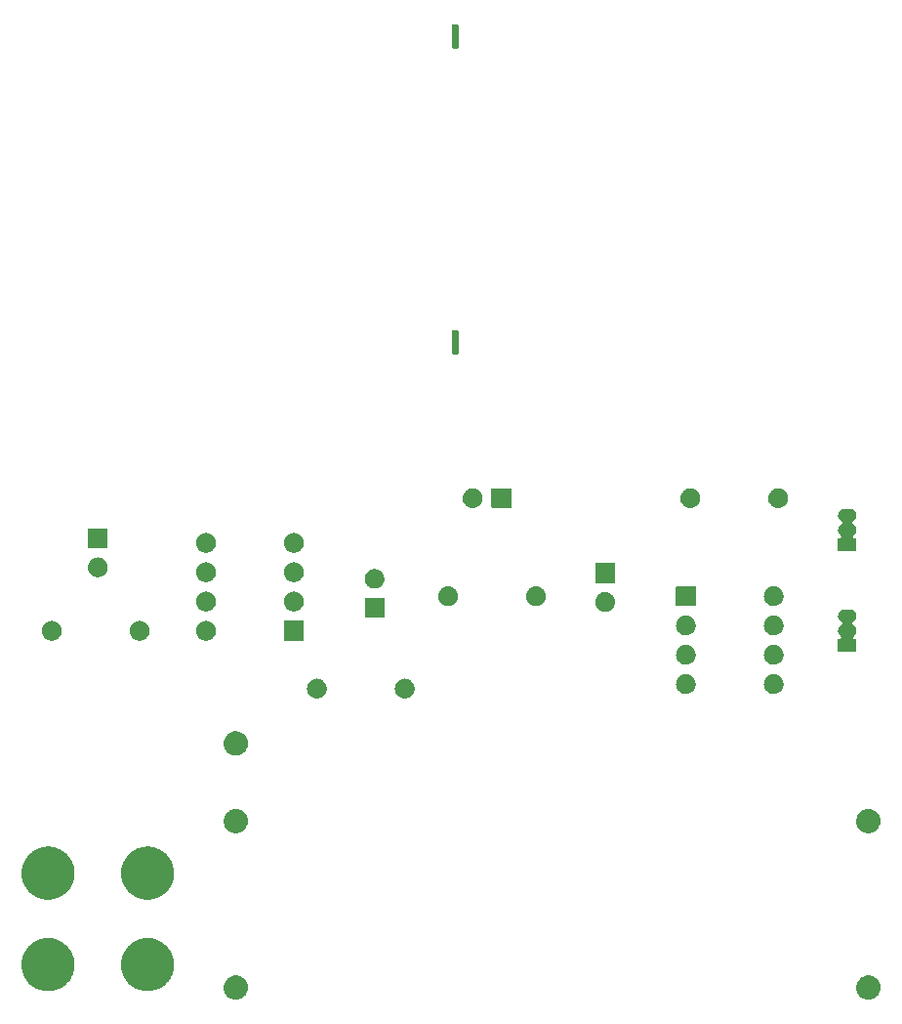
<source format=gbr>
G04 #@! TF.GenerationSoftware,KiCad,Pcbnew,(5.99.0-879-ga0698723b)*
G04 #@! TF.CreationDate,2020-02-28T07:42:53-06:00*
G04 #@! TF.ProjectId,Primary,5072696d-6172-4792-9e6b-696361645f70,rev?*
G04 #@! TF.SameCoordinates,Original*
G04 #@! TF.FileFunction,Soldermask,Top*
G04 #@! TF.FilePolarity,Negative*
%FSLAX46Y46*%
G04 Gerber Fmt 4.6, Leading zero omitted, Abs format (unit mm)*
G04 Created by KiCad (PCBNEW (5.99.0-879-ga0698723b)) date 2020-02-28 07:42:53*
%MOMM*%
%LPD*%
G01*
G04 APERTURE LIST*
G04 APERTURE END LIST*
G36*
X209489139Y-147159342D02*
G01*
X209540391Y-147159700D01*
X209590592Y-147170005D01*
X209635921Y-147174769D01*
X209685849Y-147189559D01*
X209742293Y-147201145D01*
X209783643Y-147218527D01*
X209821126Y-147229630D01*
X209873310Y-147256219D01*
X209932300Y-147281016D01*
X209964181Y-147302520D01*
X209993239Y-147317326D01*
X210044895Y-147356963D01*
X210103174Y-147396273D01*
X210125742Y-147418999D01*
X210146479Y-147434911D01*
X210194446Y-147488184D01*
X210248407Y-147542523D01*
X210262580Y-147563855D01*
X210275732Y-147578462D01*
X210316673Y-147645271D01*
X210362468Y-147714198D01*
X210369774Y-147731924D01*
X210376659Y-147743159D01*
X210407227Y-147822791D01*
X210441011Y-147904758D01*
X210443483Y-147917242D01*
X210445882Y-147923492D01*
X210462877Y-148015190D01*
X210481045Y-148106944D01*
X210477757Y-148342363D01*
X210474353Y-148357347D01*
X210474203Y-148363066D01*
X210452784Y-148452285D01*
X210432094Y-148543352D01*
X210429548Y-148549071D01*
X210429497Y-148549282D01*
X210350930Y-148725745D01*
X210350810Y-148725919D01*
X210348261Y-148731645D01*
X210294384Y-148808021D01*
X210241524Y-148884932D01*
X210236786Y-148889670D01*
X210229451Y-148900068D01*
X210165258Y-148961198D01*
X210104932Y-149021524D01*
X210094070Y-149028989D01*
X210080191Y-149042206D01*
X210010349Y-149086529D01*
X209945745Y-149130930D01*
X209927781Y-149138928D01*
X209906165Y-149152646D01*
X209834788Y-149180332D01*
X209769282Y-149209497D01*
X209743863Y-149215599D01*
X209714002Y-149227182D01*
X209644772Y-149239389D01*
X209581462Y-149254588D01*
X209548890Y-149256295D01*
X209511022Y-149262972D01*
X209447047Y-149261632D01*
X209388562Y-149264697D01*
X209349812Y-149259596D01*
X209304955Y-149258656D01*
X209248658Y-149246278D01*
X209197049Y-149239484D01*
X209153715Y-149225404D01*
X209103652Y-149214397D01*
X209056680Y-149193875D01*
X209013342Y-149179794D01*
X208967590Y-149154953D01*
X208914779Y-149131880D01*
X208877942Y-149106278D01*
X208843588Y-149087625D01*
X208798070Y-149050765D01*
X208745530Y-149014249D01*
X208718819Y-148986589D01*
X208693479Y-148966069D01*
X208651204Y-148916572D01*
X208602353Y-148865985D01*
X208584997Y-148839054D01*
X208568024Y-148819181D01*
X208532176Y-148757092D01*
X208490701Y-148692734D01*
X208481277Y-148668932D01*
X208471443Y-148651899D01*
X208445273Y-148577997D01*
X208414826Y-148501096D01*
X208411366Y-148482245D01*
X208406966Y-148469819D01*
X208393619Y-148385547D01*
X208377619Y-148298371D01*
X208377797Y-148285649D01*
X208376749Y-148279034D01*
X208379192Y-148185694D01*
X208380497Y-148092279D01*
X208381798Y-148086157D01*
X208381804Y-148085936D01*
X208421965Y-147896999D01*
X208422047Y-147896800D01*
X208423350Y-147890672D01*
X208460167Y-147804771D01*
X208495886Y-147718538D01*
X208499534Y-147712920D01*
X208504546Y-147701227D01*
X208554610Y-147628111D01*
X208601090Y-147556537D01*
X208610166Y-147546973D01*
X208620992Y-147531162D01*
X208680082Y-147473296D01*
X208734053Y-147416423D01*
X208749964Y-147404863D01*
X208768253Y-147386953D01*
X208832313Y-147345033D01*
X208890323Y-147302887D01*
X208913918Y-147291633D01*
X208940720Y-147274094D01*
X209005896Y-147247761D01*
X209064666Y-147219729D01*
X209096171Y-147211287D01*
X209131823Y-147196883D01*
X209194682Y-147184892D01*
X209251249Y-147169735D01*
X209290210Y-147166669D01*
X209334284Y-147158261D01*
X209391923Y-147158663D01*
X209443819Y-147154579D01*
X209489139Y-147159342D01*
G37*
G36*
X154629139Y-147159342D02*
G01*
X154680391Y-147159700D01*
X154730592Y-147170005D01*
X154775921Y-147174769D01*
X154825849Y-147189559D01*
X154882293Y-147201145D01*
X154923643Y-147218527D01*
X154961126Y-147229630D01*
X155013310Y-147256219D01*
X155072300Y-147281016D01*
X155104181Y-147302520D01*
X155133239Y-147317326D01*
X155184895Y-147356963D01*
X155243174Y-147396273D01*
X155265742Y-147418999D01*
X155286479Y-147434911D01*
X155334446Y-147488184D01*
X155388407Y-147542523D01*
X155402580Y-147563855D01*
X155415732Y-147578462D01*
X155456673Y-147645271D01*
X155502468Y-147714198D01*
X155509774Y-147731924D01*
X155516659Y-147743159D01*
X155547227Y-147822791D01*
X155581011Y-147904758D01*
X155583483Y-147917242D01*
X155585882Y-147923492D01*
X155602877Y-148015190D01*
X155621045Y-148106944D01*
X155617757Y-148342363D01*
X155614353Y-148357347D01*
X155614203Y-148363066D01*
X155592784Y-148452285D01*
X155572094Y-148543352D01*
X155569548Y-148549071D01*
X155569497Y-148549282D01*
X155490930Y-148725745D01*
X155490810Y-148725919D01*
X155488261Y-148731645D01*
X155434384Y-148808021D01*
X155381524Y-148884932D01*
X155376786Y-148889670D01*
X155369451Y-148900068D01*
X155305258Y-148961198D01*
X155244932Y-149021524D01*
X155234070Y-149028989D01*
X155220191Y-149042206D01*
X155150349Y-149086529D01*
X155085745Y-149130930D01*
X155067781Y-149138928D01*
X155046165Y-149152646D01*
X154974788Y-149180332D01*
X154909282Y-149209497D01*
X154883863Y-149215599D01*
X154854002Y-149227182D01*
X154784772Y-149239389D01*
X154721462Y-149254588D01*
X154688890Y-149256295D01*
X154651022Y-149262972D01*
X154587047Y-149261632D01*
X154528562Y-149264697D01*
X154489812Y-149259596D01*
X154444955Y-149258656D01*
X154388658Y-149246278D01*
X154337049Y-149239484D01*
X154293715Y-149225404D01*
X154243652Y-149214397D01*
X154196680Y-149193875D01*
X154153342Y-149179794D01*
X154107590Y-149154953D01*
X154054779Y-149131880D01*
X154017942Y-149106278D01*
X153983588Y-149087625D01*
X153938070Y-149050765D01*
X153885530Y-149014249D01*
X153858819Y-148986589D01*
X153833479Y-148966069D01*
X153791204Y-148916572D01*
X153742353Y-148865985D01*
X153724997Y-148839054D01*
X153708024Y-148819181D01*
X153672176Y-148757092D01*
X153630701Y-148692734D01*
X153621277Y-148668932D01*
X153611443Y-148651899D01*
X153585273Y-148577997D01*
X153554826Y-148501096D01*
X153551366Y-148482245D01*
X153546966Y-148469819D01*
X153533619Y-148385547D01*
X153517619Y-148298371D01*
X153517797Y-148285649D01*
X153516749Y-148279034D01*
X153519192Y-148185694D01*
X153520497Y-148092279D01*
X153521798Y-148086157D01*
X153521804Y-148085936D01*
X153561965Y-147896999D01*
X153562047Y-147896800D01*
X153563350Y-147890672D01*
X153600167Y-147804771D01*
X153635886Y-147718538D01*
X153639534Y-147712920D01*
X153644546Y-147701227D01*
X153694610Y-147628111D01*
X153741090Y-147556537D01*
X153750166Y-147546973D01*
X153760992Y-147531162D01*
X153820082Y-147473296D01*
X153874053Y-147416423D01*
X153889964Y-147404863D01*
X153908253Y-147386953D01*
X153972313Y-147345033D01*
X154030323Y-147302887D01*
X154053918Y-147291633D01*
X154080720Y-147274094D01*
X154145896Y-147247761D01*
X154204666Y-147219729D01*
X154236171Y-147211287D01*
X154271823Y-147196883D01*
X154334682Y-147184892D01*
X154391249Y-147169735D01*
X154430210Y-147166669D01*
X154474284Y-147158261D01*
X154531923Y-147158663D01*
X154583819Y-147154579D01*
X154629139Y-147159342D01*
G37*
G36*
X146964700Y-143919000D02*
G01*
X147065815Y-143919000D01*
X147113037Y-143925217D01*
X147158014Y-143927102D01*
X147260769Y-143944666D01*
X147364866Y-143958371D01*
X147407014Y-143969664D01*
X147447395Y-143976567D01*
X147551091Y-144008270D01*
X147656219Y-144036439D01*
X147692831Y-144051604D01*
X147728133Y-144062397D01*
X147830796Y-144108751D01*
X147934890Y-144151868D01*
X147965749Y-144169684D01*
X147995705Y-144183210D01*
X148095276Y-144244467D01*
X148196110Y-144302683D01*
X148221203Y-144321938D01*
X148245745Y-144337036D01*
X148340093Y-144413165D01*
X148435410Y-144486305D01*
X148454943Y-144505838D01*
X148474223Y-144521395D01*
X148561223Y-144612118D01*
X148648695Y-144699590D01*
X148663068Y-144718322D01*
X148677410Y-144733277D01*
X148754920Y-144838024D01*
X148832317Y-144938890D01*
X148842115Y-144955861D01*
X148852036Y-144969268D01*
X148918004Y-145087304D01*
X148983132Y-145200110D01*
X148989098Y-145214514D01*
X148995260Y-145225539D01*
X149047760Y-145356136D01*
X149098561Y-145478781D01*
X149101555Y-145489955D01*
X149104759Y-145497925D01*
X149142008Y-145640927D01*
X149176629Y-145770134D01*
X149177615Y-145777627D01*
X149178760Y-145782021D01*
X149199196Y-145941550D01*
X149216000Y-146069185D01*
X149216000Y-146370815D01*
X149208807Y-146425453D01*
X149208108Y-146460262D01*
X149190583Y-146563879D01*
X149176629Y-146669866D01*
X149165856Y-146710071D01*
X149159361Y-146748472D01*
X149127224Y-146854249D01*
X149098561Y-146961219D01*
X149084162Y-146995980D01*
X149074017Y-147029373D01*
X149026960Y-147134079D01*
X148983132Y-147239890D01*
X148966321Y-147269008D01*
X148953675Y-147297146D01*
X148891456Y-147398678D01*
X148832317Y-147501110D01*
X148814284Y-147524611D01*
X148800282Y-147547460D01*
X148722918Y-147643681D01*
X148648695Y-147740410D01*
X148630584Y-147758521D01*
X148616331Y-147776248D01*
X148524123Y-147864982D01*
X148435410Y-147953695D01*
X148418269Y-147966848D01*
X148404789Y-147979820D01*
X148298217Y-148058967D01*
X148196110Y-148137317D01*
X148180876Y-148146112D01*
X148169112Y-148154849D01*
X148048900Y-148222309D01*
X147934890Y-148288132D01*
X147922339Y-148293331D01*
X147913092Y-148298520D01*
X147779644Y-148352437D01*
X147656219Y-148403561D01*
X147646982Y-148406036D01*
X147640896Y-148408495D01*
X147493161Y-148447252D01*
X147364866Y-148481629D01*
X147359363Y-148482354D01*
X147356929Y-148482992D01*
X147177655Y-148506276D01*
X147065815Y-148521000D01*
X146952845Y-148521000D01*
X146772225Y-148521315D01*
X146769732Y-148521000D01*
X146764185Y-148521000D01*
X146632575Y-148503673D01*
X146480970Y-148484521D01*
X146474613Y-148482877D01*
X146465134Y-148481629D01*
X146336176Y-148447075D01*
X146196755Y-148411018D01*
X146186900Y-148407076D01*
X146173781Y-148403561D01*
X146052165Y-148353186D01*
X145924168Y-148301991D01*
X145911365Y-148294865D01*
X145895110Y-148288132D01*
X145783608Y-148223756D01*
X145667655Y-148159218D01*
X145652605Y-148148122D01*
X145633890Y-148137317D01*
X145534337Y-148060927D01*
X145431358Y-147985004D01*
X145414916Y-147969292D01*
X145394590Y-147953695D01*
X145308358Y-147867463D01*
X145219110Y-147782176D01*
X145202247Y-147761352D01*
X145181305Y-147740410D01*
X145109317Y-147646593D01*
X145034364Y-147554035D01*
X145018153Y-147527786D01*
X144997683Y-147501110D01*
X144940411Y-147401912D01*
X144880099Y-147304258D01*
X144865684Y-147272481D01*
X144846868Y-147239890D01*
X144804480Y-147137557D01*
X144758821Y-147036901D01*
X144747371Y-146999682D01*
X144731439Y-146961219D01*
X144703767Y-146857945D01*
X144672499Y-146756308D01*
X144665181Y-146713942D01*
X144653371Y-146669866D01*
X144639920Y-146567694D01*
X144622530Y-146467018D01*
X144620478Y-146420021D01*
X144614000Y-146370815D01*
X144614000Y-146271643D01*
X144609725Y-146173727D01*
X144614000Y-146122817D01*
X144614000Y-146069185D01*
X144626435Y-145974731D01*
X144634291Y-145881178D01*
X144645851Y-145827256D01*
X144653371Y-145770134D01*
X144677007Y-145681925D01*
X144695828Y-145594130D01*
X144715497Y-145538276D01*
X144731439Y-145478781D01*
X144764878Y-145398052D01*
X144793343Y-145317221D01*
X144821774Y-145260692D01*
X144846868Y-145200110D01*
X144888586Y-145127853D01*
X144925250Y-145054954D01*
X144962902Y-144999133D01*
X144997683Y-144938890D01*
X145046070Y-144875831D01*
X145089416Y-144811568D01*
X145136545Y-144757922D01*
X145181305Y-144699590D01*
X145234697Y-144646198D01*
X145283172Y-144591020D01*
X145339794Y-144541101D01*
X145394590Y-144486305D01*
X145451348Y-144442753D01*
X145503384Y-144396877D01*
X145569258Y-144352277D01*
X145633890Y-144302683D01*
X145692416Y-144268893D01*
X145746486Y-144232285D01*
X145821139Y-144194575D01*
X145895110Y-144151868D01*
X145953857Y-144127534D01*
X146008520Y-144099922D01*
X146091228Y-144070633D01*
X146173781Y-144036439D01*
X146231352Y-144021013D01*
X146285257Y-144001924D01*
X146375028Y-143982515D01*
X146465134Y-143958371D01*
X146520275Y-143951111D01*
X146572200Y-143939885D01*
X146667802Y-143931689D01*
X146764185Y-143919000D01*
X146815816Y-143919000D01*
X146864702Y-143914809D01*
X146964700Y-143919000D01*
G37*
G36*
X138334700Y-143919000D02*
G01*
X138435815Y-143919000D01*
X138483037Y-143925217D01*
X138528014Y-143927102D01*
X138630769Y-143944666D01*
X138734866Y-143958371D01*
X138777014Y-143969664D01*
X138817395Y-143976567D01*
X138921091Y-144008270D01*
X139026219Y-144036439D01*
X139062831Y-144051604D01*
X139098133Y-144062397D01*
X139200796Y-144108751D01*
X139304890Y-144151868D01*
X139335749Y-144169684D01*
X139365705Y-144183210D01*
X139465276Y-144244467D01*
X139566110Y-144302683D01*
X139591203Y-144321938D01*
X139615745Y-144337036D01*
X139710093Y-144413165D01*
X139805410Y-144486305D01*
X139824943Y-144505838D01*
X139844223Y-144521395D01*
X139931223Y-144612118D01*
X140018695Y-144699590D01*
X140033068Y-144718322D01*
X140047410Y-144733277D01*
X140124920Y-144838024D01*
X140202317Y-144938890D01*
X140212115Y-144955861D01*
X140222036Y-144969268D01*
X140288004Y-145087304D01*
X140353132Y-145200110D01*
X140359098Y-145214514D01*
X140365260Y-145225539D01*
X140417760Y-145356136D01*
X140468561Y-145478781D01*
X140471555Y-145489955D01*
X140474759Y-145497925D01*
X140512008Y-145640927D01*
X140546629Y-145770134D01*
X140547615Y-145777627D01*
X140548760Y-145782021D01*
X140569196Y-145941550D01*
X140586000Y-146069185D01*
X140586000Y-146370815D01*
X140578807Y-146425453D01*
X140578108Y-146460262D01*
X140560583Y-146563879D01*
X140546629Y-146669866D01*
X140535856Y-146710071D01*
X140529361Y-146748472D01*
X140497224Y-146854249D01*
X140468561Y-146961219D01*
X140454162Y-146995980D01*
X140444017Y-147029373D01*
X140396960Y-147134079D01*
X140353132Y-147239890D01*
X140336321Y-147269008D01*
X140323675Y-147297146D01*
X140261456Y-147398678D01*
X140202317Y-147501110D01*
X140184284Y-147524611D01*
X140170282Y-147547460D01*
X140092918Y-147643681D01*
X140018695Y-147740410D01*
X140000584Y-147758521D01*
X139986331Y-147776248D01*
X139894123Y-147864982D01*
X139805410Y-147953695D01*
X139788269Y-147966848D01*
X139774789Y-147979820D01*
X139668217Y-148058967D01*
X139566110Y-148137317D01*
X139550876Y-148146112D01*
X139539112Y-148154849D01*
X139418900Y-148222309D01*
X139304890Y-148288132D01*
X139292339Y-148293331D01*
X139283092Y-148298520D01*
X139149644Y-148352437D01*
X139026219Y-148403561D01*
X139016982Y-148406036D01*
X139010896Y-148408495D01*
X138863161Y-148447252D01*
X138734866Y-148481629D01*
X138729363Y-148482354D01*
X138726929Y-148482992D01*
X138547655Y-148506276D01*
X138435815Y-148521000D01*
X138322845Y-148521000D01*
X138142225Y-148521315D01*
X138139732Y-148521000D01*
X138134185Y-148521000D01*
X138002575Y-148503673D01*
X137850970Y-148484521D01*
X137844613Y-148482877D01*
X137835134Y-148481629D01*
X137706176Y-148447075D01*
X137566755Y-148411018D01*
X137556900Y-148407076D01*
X137543781Y-148403561D01*
X137422165Y-148353186D01*
X137294168Y-148301991D01*
X137281365Y-148294865D01*
X137265110Y-148288132D01*
X137153608Y-148223756D01*
X137037655Y-148159218D01*
X137022605Y-148148122D01*
X137003890Y-148137317D01*
X136904337Y-148060927D01*
X136801358Y-147985004D01*
X136784916Y-147969292D01*
X136764590Y-147953695D01*
X136678358Y-147867463D01*
X136589110Y-147782176D01*
X136572247Y-147761352D01*
X136551305Y-147740410D01*
X136479317Y-147646593D01*
X136404364Y-147554035D01*
X136388153Y-147527786D01*
X136367683Y-147501110D01*
X136310411Y-147401912D01*
X136250099Y-147304258D01*
X136235684Y-147272481D01*
X136216868Y-147239890D01*
X136174480Y-147137557D01*
X136128821Y-147036901D01*
X136117371Y-146999682D01*
X136101439Y-146961219D01*
X136073767Y-146857945D01*
X136042499Y-146756308D01*
X136035181Y-146713942D01*
X136023371Y-146669866D01*
X136009920Y-146567694D01*
X135992530Y-146467018D01*
X135990478Y-146420021D01*
X135984000Y-146370815D01*
X135984000Y-146271643D01*
X135979725Y-146173727D01*
X135984000Y-146122817D01*
X135984000Y-146069185D01*
X135996435Y-145974731D01*
X136004291Y-145881178D01*
X136015851Y-145827256D01*
X136023371Y-145770134D01*
X136047007Y-145681925D01*
X136065828Y-145594130D01*
X136085497Y-145538276D01*
X136101439Y-145478781D01*
X136134878Y-145398052D01*
X136163343Y-145317221D01*
X136191774Y-145260692D01*
X136216868Y-145200110D01*
X136258586Y-145127853D01*
X136295250Y-145054954D01*
X136332902Y-144999133D01*
X136367683Y-144938890D01*
X136416070Y-144875831D01*
X136459416Y-144811568D01*
X136506545Y-144757922D01*
X136551305Y-144699590D01*
X136604697Y-144646198D01*
X136653172Y-144591020D01*
X136709794Y-144541101D01*
X136764590Y-144486305D01*
X136821348Y-144442753D01*
X136873384Y-144396877D01*
X136939258Y-144352277D01*
X137003890Y-144302683D01*
X137062416Y-144268893D01*
X137116486Y-144232285D01*
X137191139Y-144194575D01*
X137265110Y-144151868D01*
X137323857Y-144127534D01*
X137378520Y-144099922D01*
X137461228Y-144070633D01*
X137543781Y-144036439D01*
X137601352Y-144021013D01*
X137655257Y-144001924D01*
X137745028Y-143982515D01*
X137835134Y-143958371D01*
X137890275Y-143951111D01*
X137942200Y-143939885D01*
X138037802Y-143931689D01*
X138134185Y-143919000D01*
X138185816Y-143919000D01*
X138234702Y-143914809D01*
X138334700Y-143919000D01*
G37*
G36*
X138334700Y-135999000D02*
G01*
X138435815Y-135999000D01*
X138483037Y-136005217D01*
X138528014Y-136007102D01*
X138630769Y-136024666D01*
X138734866Y-136038371D01*
X138777014Y-136049664D01*
X138817395Y-136056567D01*
X138921091Y-136088270D01*
X139026219Y-136116439D01*
X139062831Y-136131604D01*
X139098133Y-136142397D01*
X139200796Y-136188751D01*
X139304890Y-136231868D01*
X139335749Y-136249684D01*
X139365705Y-136263210D01*
X139465276Y-136324467D01*
X139566110Y-136382683D01*
X139591203Y-136401938D01*
X139615745Y-136417036D01*
X139710093Y-136493165D01*
X139805410Y-136566305D01*
X139824943Y-136585838D01*
X139844223Y-136601395D01*
X139931223Y-136692118D01*
X140018695Y-136779590D01*
X140033068Y-136798322D01*
X140047410Y-136813277D01*
X140124920Y-136918024D01*
X140202317Y-137018890D01*
X140212115Y-137035861D01*
X140222036Y-137049268D01*
X140288004Y-137167304D01*
X140353132Y-137280110D01*
X140359098Y-137294514D01*
X140365260Y-137305539D01*
X140417760Y-137436136D01*
X140468561Y-137558781D01*
X140471555Y-137569955D01*
X140474759Y-137577925D01*
X140512008Y-137720927D01*
X140546629Y-137850134D01*
X140547615Y-137857627D01*
X140548760Y-137862021D01*
X140569196Y-138021550D01*
X140586000Y-138149185D01*
X140586000Y-138450815D01*
X140578807Y-138505453D01*
X140578108Y-138540262D01*
X140560583Y-138643879D01*
X140546629Y-138749866D01*
X140535856Y-138790071D01*
X140529361Y-138828472D01*
X140497224Y-138934249D01*
X140468561Y-139041219D01*
X140454162Y-139075980D01*
X140444017Y-139109373D01*
X140396960Y-139214079D01*
X140353132Y-139319890D01*
X140336321Y-139349008D01*
X140323675Y-139377146D01*
X140261456Y-139478678D01*
X140202317Y-139581110D01*
X140184284Y-139604611D01*
X140170282Y-139627460D01*
X140092918Y-139723681D01*
X140018695Y-139820410D01*
X140000584Y-139838521D01*
X139986331Y-139856248D01*
X139894123Y-139944982D01*
X139805410Y-140033695D01*
X139788269Y-140046848D01*
X139774789Y-140059820D01*
X139668217Y-140138967D01*
X139566110Y-140217317D01*
X139550876Y-140226112D01*
X139539112Y-140234849D01*
X139418900Y-140302309D01*
X139304890Y-140368132D01*
X139292339Y-140373331D01*
X139283092Y-140378520D01*
X139149644Y-140432437D01*
X139026219Y-140483561D01*
X139016982Y-140486036D01*
X139010896Y-140488495D01*
X138863161Y-140527252D01*
X138734866Y-140561629D01*
X138729363Y-140562354D01*
X138726929Y-140562992D01*
X138547655Y-140586276D01*
X138435815Y-140601000D01*
X138322845Y-140601000D01*
X138142225Y-140601315D01*
X138139732Y-140601000D01*
X138134185Y-140601000D01*
X138002575Y-140583673D01*
X137850970Y-140564521D01*
X137844613Y-140562877D01*
X137835134Y-140561629D01*
X137706176Y-140527075D01*
X137566755Y-140491018D01*
X137556900Y-140487076D01*
X137543781Y-140483561D01*
X137422165Y-140433186D01*
X137294168Y-140381991D01*
X137281365Y-140374865D01*
X137265110Y-140368132D01*
X137153608Y-140303756D01*
X137037655Y-140239218D01*
X137022605Y-140228122D01*
X137003890Y-140217317D01*
X136904337Y-140140927D01*
X136801358Y-140065004D01*
X136784916Y-140049292D01*
X136764590Y-140033695D01*
X136678358Y-139947463D01*
X136589110Y-139862176D01*
X136572247Y-139841352D01*
X136551305Y-139820410D01*
X136479317Y-139726593D01*
X136404364Y-139634035D01*
X136388153Y-139607786D01*
X136367683Y-139581110D01*
X136310411Y-139481912D01*
X136250099Y-139384258D01*
X136235684Y-139352481D01*
X136216868Y-139319890D01*
X136174480Y-139217557D01*
X136128821Y-139116901D01*
X136117371Y-139079682D01*
X136101439Y-139041219D01*
X136073767Y-138937945D01*
X136042499Y-138836308D01*
X136035181Y-138793942D01*
X136023371Y-138749866D01*
X136009920Y-138647694D01*
X135992530Y-138547018D01*
X135990478Y-138500021D01*
X135984000Y-138450815D01*
X135984000Y-138351643D01*
X135979725Y-138253727D01*
X135984000Y-138202817D01*
X135984000Y-138149185D01*
X135996435Y-138054731D01*
X136004291Y-137961178D01*
X136015851Y-137907256D01*
X136023371Y-137850134D01*
X136047007Y-137761925D01*
X136065828Y-137674130D01*
X136085497Y-137618276D01*
X136101439Y-137558781D01*
X136134878Y-137478052D01*
X136163343Y-137397221D01*
X136191774Y-137340692D01*
X136216868Y-137280110D01*
X136258586Y-137207853D01*
X136295250Y-137134954D01*
X136332902Y-137079133D01*
X136367683Y-137018890D01*
X136416070Y-136955831D01*
X136459416Y-136891568D01*
X136506545Y-136837922D01*
X136551305Y-136779590D01*
X136604697Y-136726198D01*
X136653172Y-136671020D01*
X136709794Y-136621101D01*
X136764590Y-136566305D01*
X136821348Y-136522753D01*
X136873384Y-136476877D01*
X136939258Y-136432277D01*
X137003890Y-136382683D01*
X137062416Y-136348893D01*
X137116486Y-136312285D01*
X137191139Y-136274575D01*
X137265110Y-136231868D01*
X137323857Y-136207534D01*
X137378520Y-136179922D01*
X137461228Y-136150633D01*
X137543781Y-136116439D01*
X137601352Y-136101013D01*
X137655257Y-136081924D01*
X137745028Y-136062515D01*
X137835134Y-136038371D01*
X137890275Y-136031111D01*
X137942200Y-136019885D01*
X138037802Y-136011689D01*
X138134185Y-135999000D01*
X138185816Y-135999000D01*
X138234702Y-135994809D01*
X138334700Y-135999000D01*
G37*
G36*
X146964700Y-135999000D02*
G01*
X147065815Y-135999000D01*
X147113037Y-136005217D01*
X147158014Y-136007102D01*
X147260769Y-136024666D01*
X147364866Y-136038371D01*
X147407014Y-136049664D01*
X147447395Y-136056567D01*
X147551091Y-136088270D01*
X147656219Y-136116439D01*
X147692831Y-136131604D01*
X147728133Y-136142397D01*
X147830796Y-136188751D01*
X147934890Y-136231868D01*
X147965749Y-136249684D01*
X147995705Y-136263210D01*
X148095276Y-136324467D01*
X148196110Y-136382683D01*
X148221203Y-136401938D01*
X148245745Y-136417036D01*
X148340093Y-136493165D01*
X148435410Y-136566305D01*
X148454943Y-136585838D01*
X148474223Y-136601395D01*
X148561223Y-136692118D01*
X148648695Y-136779590D01*
X148663068Y-136798322D01*
X148677410Y-136813277D01*
X148754920Y-136918024D01*
X148832317Y-137018890D01*
X148842115Y-137035861D01*
X148852036Y-137049268D01*
X148918004Y-137167304D01*
X148983132Y-137280110D01*
X148989098Y-137294514D01*
X148995260Y-137305539D01*
X149047760Y-137436136D01*
X149098561Y-137558781D01*
X149101555Y-137569955D01*
X149104759Y-137577925D01*
X149142008Y-137720927D01*
X149176629Y-137850134D01*
X149177615Y-137857627D01*
X149178760Y-137862021D01*
X149199196Y-138021550D01*
X149216000Y-138149185D01*
X149216000Y-138450815D01*
X149208807Y-138505453D01*
X149208108Y-138540262D01*
X149190583Y-138643879D01*
X149176629Y-138749866D01*
X149165856Y-138790071D01*
X149159361Y-138828472D01*
X149127224Y-138934249D01*
X149098561Y-139041219D01*
X149084162Y-139075980D01*
X149074017Y-139109373D01*
X149026960Y-139214079D01*
X148983132Y-139319890D01*
X148966321Y-139349008D01*
X148953675Y-139377146D01*
X148891456Y-139478678D01*
X148832317Y-139581110D01*
X148814284Y-139604611D01*
X148800282Y-139627460D01*
X148722918Y-139723681D01*
X148648695Y-139820410D01*
X148630584Y-139838521D01*
X148616331Y-139856248D01*
X148524123Y-139944982D01*
X148435410Y-140033695D01*
X148418269Y-140046848D01*
X148404789Y-140059820D01*
X148298217Y-140138967D01*
X148196110Y-140217317D01*
X148180876Y-140226112D01*
X148169112Y-140234849D01*
X148048900Y-140302309D01*
X147934890Y-140368132D01*
X147922339Y-140373331D01*
X147913092Y-140378520D01*
X147779644Y-140432437D01*
X147656219Y-140483561D01*
X147646982Y-140486036D01*
X147640896Y-140488495D01*
X147493161Y-140527252D01*
X147364866Y-140561629D01*
X147359363Y-140562354D01*
X147356929Y-140562992D01*
X147177655Y-140586276D01*
X147065815Y-140601000D01*
X146952845Y-140601000D01*
X146772225Y-140601315D01*
X146769732Y-140601000D01*
X146764185Y-140601000D01*
X146632575Y-140583673D01*
X146480970Y-140564521D01*
X146474613Y-140562877D01*
X146465134Y-140561629D01*
X146336176Y-140527075D01*
X146196755Y-140491018D01*
X146186900Y-140487076D01*
X146173781Y-140483561D01*
X146052165Y-140433186D01*
X145924168Y-140381991D01*
X145911365Y-140374865D01*
X145895110Y-140368132D01*
X145783608Y-140303756D01*
X145667655Y-140239218D01*
X145652605Y-140228122D01*
X145633890Y-140217317D01*
X145534337Y-140140927D01*
X145431358Y-140065004D01*
X145414916Y-140049292D01*
X145394590Y-140033695D01*
X145308358Y-139947463D01*
X145219110Y-139862176D01*
X145202247Y-139841352D01*
X145181305Y-139820410D01*
X145109317Y-139726593D01*
X145034364Y-139634035D01*
X145018153Y-139607786D01*
X144997683Y-139581110D01*
X144940411Y-139481912D01*
X144880099Y-139384258D01*
X144865684Y-139352481D01*
X144846868Y-139319890D01*
X144804480Y-139217557D01*
X144758821Y-139116901D01*
X144747371Y-139079682D01*
X144731439Y-139041219D01*
X144703767Y-138937945D01*
X144672499Y-138836308D01*
X144665181Y-138793942D01*
X144653371Y-138749866D01*
X144639920Y-138647694D01*
X144622530Y-138547018D01*
X144620478Y-138500021D01*
X144614000Y-138450815D01*
X144614000Y-138351643D01*
X144609725Y-138253727D01*
X144614000Y-138202817D01*
X144614000Y-138149185D01*
X144626435Y-138054731D01*
X144634291Y-137961178D01*
X144645851Y-137907256D01*
X144653371Y-137850134D01*
X144677007Y-137761925D01*
X144695828Y-137674130D01*
X144715497Y-137618276D01*
X144731439Y-137558781D01*
X144764878Y-137478052D01*
X144793343Y-137397221D01*
X144821774Y-137340692D01*
X144846868Y-137280110D01*
X144888586Y-137207853D01*
X144925250Y-137134954D01*
X144962902Y-137079133D01*
X144997683Y-137018890D01*
X145046070Y-136955831D01*
X145089416Y-136891568D01*
X145136545Y-136837922D01*
X145181305Y-136779590D01*
X145234697Y-136726198D01*
X145283172Y-136671020D01*
X145339794Y-136621101D01*
X145394590Y-136566305D01*
X145451348Y-136522753D01*
X145503384Y-136476877D01*
X145569258Y-136432277D01*
X145633890Y-136382683D01*
X145692416Y-136348893D01*
X145746486Y-136312285D01*
X145821139Y-136274575D01*
X145895110Y-136231868D01*
X145953857Y-136207534D01*
X146008520Y-136179922D01*
X146091228Y-136150633D01*
X146173781Y-136116439D01*
X146231352Y-136101013D01*
X146285257Y-136081924D01*
X146375028Y-136062515D01*
X146465134Y-136038371D01*
X146520275Y-136031111D01*
X146572200Y-136019885D01*
X146667802Y-136011689D01*
X146764185Y-135999000D01*
X146815816Y-135999000D01*
X146864702Y-135994809D01*
X146964700Y-135999000D01*
G37*
G36*
X154629139Y-132739342D02*
G01*
X154680391Y-132739700D01*
X154730592Y-132750005D01*
X154775921Y-132754769D01*
X154825849Y-132769559D01*
X154882293Y-132781145D01*
X154923643Y-132798527D01*
X154961126Y-132809630D01*
X155013310Y-132836219D01*
X155072300Y-132861016D01*
X155104181Y-132882520D01*
X155133239Y-132897326D01*
X155184895Y-132936963D01*
X155243174Y-132976273D01*
X155265742Y-132998999D01*
X155286479Y-133014911D01*
X155334446Y-133068184D01*
X155388407Y-133122523D01*
X155402580Y-133143855D01*
X155415732Y-133158462D01*
X155456673Y-133225271D01*
X155502468Y-133294198D01*
X155509774Y-133311924D01*
X155516659Y-133323159D01*
X155547227Y-133402791D01*
X155581011Y-133484758D01*
X155583483Y-133497242D01*
X155585882Y-133503492D01*
X155602877Y-133595190D01*
X155621045Y-133686944D01*
X155617757Y-133922363D01*
X155614353Y-133937347D01*
X155614203Y-133943066D01*
X155592784Y-134032285D01*
X155572094Y-134123352D01*
X155569548Y-134129071D01*
X155569497Y-134129282D01*
X155490930Y-134305745D01*
X155490810Y-134305919D01*
X155488261Y-134311645D01*
X155434384Y-134388021D01*
X155381524Y-134464932D01*
X155376786Y-134469670D01*
X155369451Y-134480068D01*
X155305258Y-134541198D01*
X155244932Y-134601524D01*
X155234070Y-134608989D01*
X155220191Y-134622206D01*
X155150349Y-134666529D01*
X155085745Y-134710930D01*
X155067781Y-134718928D01*
X155046165Y-134732646D01*
X154974788Y-134760332D01*
X154909282Y-134789497D01*
X154883863Y-134795599D01*
X154854002Y-134807182D01*
X154784772Y-134819389D01*
X154721462Y-134834588D01*
X154688890Y-134836295D01*
X154651022Y-134842972D01*
X154587047Y-134841632D01*
X154528562Y-134844697D01*
X154489812Y-134839596D01*
X154444955Y-134838656D01*
X154388658Y-134826278D01*
X154337049Y-134819484D01*
X154293715Y-134805404D01*
X154243652Y-134794397D01*
X154196680Y-134773875D01*
X154153342Y-134759794D01*
X154107590Y-134734953D01*
X154054779Y-134711880D01*
X154017942Y-134686278D01*
X153983588Y-134667625D01*
X153938070Y-134630765D01*
X153885530Y-134594249D01*
X153858819Y-134566589D01*
X153833479Y-134546069D01*
X153791204Y-134496572D01*
X153742353Y-134445985D01*
X153724997Y-134419054D01*
X153708024Y-134399181D01*
X153672176Y-134337092D01*
X153630701Y-134272734D01*
X153621277Y-134248932D01*
X153611443Y-134231899D01*
X153585273Y-134157997D01*
X153554826Y-134081096D01*
X153551366Y-134062245D01*
X153546966Y-134049819D01*
X153533619Y-133965547D01*
X153517619Y-133878371D01*
X153517797Y-133865649D01*
X153516749Y-133859034D01*
X153519192Y-133765694D01*
X153520497Y-133672279D01*
X153521798Y-133666157D01*
X153521804Y-133665936D01*
X153561965Y-133476999D01*
X153562047Y-133476800D01*
X153563350Y-133470672D01*
X153600167Y-133384771D01*
X153635886Y-133298538D01*
X153639534Y-133292920D01*
X153644546Y-133281227D01*
X153694610Y-133208111D01*
X153741090Y-133136537D01*
X153750166Y-133126973D01*
X153760992Y-133111162D01*
X153820082Y-133053296D01*
X153874053Y-132996423D01*
X153889964Y-132984863D01*
X153908253Y-132966953D01*
X153972313Y-132925033D01*
X154030323Y-132882887D01*
X154053918Y-132871633D01*
X154080720Y-132854094D01*
X154145896Y-132827761D01*
X154204666Y-132799729D01*
X154236171Y-132791287D01*
X154271823Y-132776883D01*
X154334682Y-132764892D01*
X154391249Y-132749735D01*
X154430210Y-132746669D01*
X154474284Y-132738261D01*
X154531923Y-132738663D01*
X154583819Y-132734579D01*
X154629139Y-132739342D01*
G37*
G36*
X209489139Y-132739342D02*
G01*
X209540391Y-132739700D01*
X209590592Y-132750005D01*
X209635921Y-132754769D01*
X209685849Y-132769559D01*
X209742293Y-132781145D01*
X209783643Y-132798527D01*
X209821126Y-132809630D01*
X209873310Y-132836219D01*
X209932300Y-132861016D01*
X209964181Y-132882520D01*
X209993239Y-132897326D01*
X210044895Y-132936963D01*
X210103174Y-132976273D01*
X210125742Y-132998999D01*
X210146479Y-133014911D01*
X210194446Y-133068184D01*
X210248407Y-133122523D01*
X210262580Y-133143855D01*
X210275732Y-133158462D01*
X210316673Y-133225271D01*
X210362468Y-133294198D01*
X210369774Y-133311924D01*
X210376659Y-133323159D01*
X210407227Y-133402791D01*
X210441011Y-133484758D01*
X210443483Y-133497242D01*
X210445882Y-133503492D01*
X210462877Y-133595190D01*
X210481045Y-133686944D01*
X210477757Y-133922363D01*
X210474353Y-133937347D01*
X210474203Y-133943066D01*
X210452784Y-134032285D01*
X210432094Y-134123352D01*
X210429548Y-134129071D01*
X210429497Y-134129282D01*
X210350930Y-134305745D01*
X210350810Y-134305919D01*
X210348261Y-134311645D01*
X210294384Y-134388021D01*
X210241524Y-134464932D01*
X210236786Y-134469670D01*
X210229451Y-134480068D01*
X210165258Y-134541198D01*
X210104932Y-134601524D01*
X210094070Y-134608989D01*
X210080191Y-134622206D01*
X210010349Y-134666529D01*
X209945745Y-134710930D01*
X209927781Y-134718928D01*
X209906165Y-134732646D01*
X209834788Y-134760332D01*
X209769282Y-134789497D01*
X209743863Y-134795599D01*
X209714002Y-134807182D01*
X209644772Y-134819389D01*
X209581462Y-134834588D01*
X209548890Y-134836295D01*
X209511022Y-134842972D01*
X209447047Y-134841632D01*
X209388562Y-134844697D01*
X209349812Y-134839596D01*
X209304955Y-134838656D01*
X209248658Y-134826278D01*
X209197049Y-134819484D01*
X209153715Y-134805404D01*
X209103652Y-134794397D01*
X209056680Y-134773875D01*
X209013342Y-134759794D01*
X208967590Y-134734953D01*
X208914779Y-134711880D01*
X208877942Y-134686278D01*
X208843588Y-134667625D01*
X208798070Y-134630765D01*
X208745530Y-134594249D01*
X208718819Y-134566589D01*
X208693479Y-134546069D01*
X208651204Y-134496572D01*
X208602353Y-134445985D01*
X208584997Y-134419054D01*
X208568024Y-134399181D01*
X208532176Y-134337092D01*
X208490701Y-134272734D01*
X208481277Y-134248932D01*
X208471443Y-134231899D01*
X208445273Y-134157997D01*
X208414826Y-134081096D01*
X208411366Y-134062245D01*
X208406966Y-134049819D01*
X208393619Y-133965547D01*
X208377619Y-133878371D01*
X208377797Y-133865649D01*
X208376749Y-133859034D01*
X208379192Y-133765694D01*
X208380497Y-133672279D01*
X208381798Y-133666157D01*
X208381804Y-133665936D01*
X208421965Y-133476999D01*
X208422047Y-133476800D01*
X208423350Y-133470672D01*
X208460167Y-133384771D01*
X208495886Y-133298538D01*
X208499534Y-133292920D01*
X208504546Y-133281227D01*
X208554610Y-133208111D01*
X208601090Y-133136537D01*
X208610166Y-133126973D01*
X208620992Y-133111162D01*
X208680082Y-133053296D01*
X208734053Y-132996423D01*
X208749964Y-132984863D01*
X208768253Y-132966953D01*
X208832313Y-132925033D01*
X208890323Y-132882887D01*
X208913918Y-132871633D01*
X208940720Y-132854094D01*
X209005896Y-132827761D01*
X209064666Y-132799729D01*
X209096171Y-132791287D01*
X209131823Y-132776883D01*
X209194682Y-132764892D01*
X209251249Y-132749735D01*
X209290210Y-132746669D01*
X209334284Y-132738261D01*
X209391923Y-132738663D01*
X209443819Y-132734579D01*
X209489139Y-132739342D01*
G37*
G36*
X154629139Y-126009342D02*
G01*
X154680391Y-126009700D01*
X154730592Y-126020005D01*
X154775921Y-126024769D01*
X154825849Y-126039559D01*
X154882293Y-126051145D01*
X154923643Y-126068527D01*
X154961126Y-126079630D01*
X155013310Y-126106219D01*
X155072300Y-126131016D01*
X155104181Y-126152520D01*
X155133239Y-126167326D01*
X155184895Y-126206963D01*
X155243174Y-126246273D01*
X155265742Y-126268999D01*
X155286479Y-126284911D01*
X155334446Y-126338184D01*
X155388407Y-126392523D01*
X155402580Y-126413855D01*
X155415732Y-126428462D01*
X155456673Y-126495271D01*
X155502468Y-126564198D01*
X155509774Y-126581924D01*
X155516659Y-126593159D01*
X155547227Y-126672791D01*
X155581011Y-126754758D01*
X155583483Y-126767242D01*
X155585882Y-126773492D01*
X155602877Y-126865190D01*
X155621045Y-126956944D01*
X155617757Y-127192363D01*
X155614353Y-127207347D01*
X155614203Y-127213066D01*
X155592784Y-127302285D01*
X155572094Y-127393352D01*
X155569548Y-127399071D01*
X155569497Y-127399282D01*
X155490930Y-127575745D01*
X155490810Y-127575919D01*
X155488261Y-127581645D01*
X155434384Y-127658021D01*
X155381524Y-127734932D01*
X155376786Y-127739670D01*
X155369451Y-127750068D01*
X155305258Y-127811198D01*
X155244932Y-127871524D01*
X155234070Y-127878989D01*
X155220191Y-127892206D01*
X155150349Y-127936529D01*
X155085745Y-127980930D01*
X155067781Y-127988928D01*
X155046165Y-128002646D01*
X154974788Y-128030332D01*
X154909282Y-128059497D01*
X154883863Y-128065599D01*
X154854002Y-128077182D01*
X154784772Y-128089389D01*
X154721462Y-128104588D01*
X154688890Y-128106295D01*
X154651022Y-128112972D01*
X154587047Y-128111632D01*
X154528562Y-128114697D01*
X154489812Y-128109596D01*
X154444955Y-128108656D01*
X154388658Y-128096278D01*
X154337049Y-128089484D01*
X154293715Y-128075404D01*
X154243652Y-128064397D01*
X154196680Y-128043875D01*
X154153342Y-128029794D01*
X154107590Y-128004953D01*
X154054779Y-127981880D01*
X154017942Y-127956278D01*
X153983588Y-127937625D01*
X153938070Y-127900765D01*
X153885530Y-127864249D01*
X153858819Y-127836589D01*
X153833479Y-127816069D01*
X153791204Y-127766572D01*
X153742353Y-127715985D01*
X153724997Y-127689054D01*
X153708024Y-127669181D01*
X153672176Y-127607092D01*
X153630701Y-127542734D01*
X153621277Y-127518932D01*
X153611443Y-127501899D01*
X153585273Y-127427997D01*
X153554826Y-127351096D01*
X153551366Y-127332245D01*
X153546966Y-127319819D01*
X153533619Y-127235547D01*
X153517619Y-127148371D01*
X153517797Y-127135649D01*
X153516749Y-127129034D01*
X153519192Y-127035694D01*
X153520497Y-126942279D01*
X153521798Y-126936157D01*
X153521804Y-126935936D01*
X153561965Y-126746999D01*
X153562047Y-126746800D01*
X153563350Y-126740672D01*
X153600167Y-126654771D01*
X153635886Y-126568538D01*
X153639534Y-126562920D01*
X153644546Y-126551227D01*
X153694610Y-126478111D01*
X153741090Y-126406537D01*
X153750166Y-126396973D01*
X153760992Y-126381162D01*
X153820082Y-126323296D01*
X153874053Y-126266423D01*
X153889964Y-126254863D01*
X153908253Y-126236953D01*
X153972313Y-126195033D01*
X154030323Y-126152887D01*
X154053918Y-126141633D01*
X154080720Y-126124094D01*
X154145896Y-126097761D01*
X154204666Y-126069729D01*
X154236171Y-126061287D01*
X154271823Y-126046883D01*
X154334682Y-126034892D01*
X154391249Y-126019735D01*
X154430210Y-126016669D01*
X154474284Y-126008261D01*
X154531923Y-126008663D01*
X154583819Y-126004579D01*
X154629139Y-126009342D01*
G37*
G36*
X169222976Y-121447826D02*
G01*
X169264766Y-121445782D01*
X169309056Y-121452639D01*
X169359810Y-121455476D01*
X169400163Y-121466743D01*
X169435621Y-121472232D01*
X169483204Y-121489928D01*
X169537898Y-121505199D01*
X169569622Y-121522067D01*
X169597659Y-121532494D01*
X169645757Y-121562549D01*
X169701153Y-121592004D01*
X169723968Y-121611421D01*
X169744271Y-121624108D01*
X169789641Y-121667313D01*
X169841961Y-121711841D01*
X169856463Y-121730947D01*
X169869472Y-121743335D01*
X169908616Y-121799655D01*
X169953751Y-121859118D01*
X169961302Y-121875459D01*
X169968142Y-121885301D01*
X169997508Y-121953817D01*
X170031307Y-122026965D01*
X170033885Y-122038692D01*
X170036247Y-122044202D01*
X170052429Y-122123036D01*
X170071011Y-122207551D01*
X170070345Y-122398388D01*
X170051181Y-122482738D01*
X170034443Y-122561485D01*
X170032041Y-122566982D01*
X170029381Y-122578692D01*
X169995069Y-122651609D01*
X169965227Y-122719915D01*
X169958318Y-122729709D01*
X169950655Y-122745994D01*
X169905114Y-122805130D01*
X169865570Y-122861187D01*
X169852472Y-122873487D01*
X169837840Y-122892487D01*
X169785227Y-122936635D01*
X169739544Y-122979534D01*
X169719147Y-122992082D01*
X169696199Y-123011338D01*
X169640600Y-123040405D01*
X169592293Y-123070123D01*
X169564184Y-123080354D01*
X169532341Y-123097001D01*
X169477534Y-123111892D01*
X169429831Y-123129254D01*
X169394340Y-123134495D01*
X169353911Y-123145479D01*
X169303139Y-123147962D01*
X169258803Y-123154509D01*
X169217027Y-123152174D01*
X169169233Y-123154511D01*
X169124992Y-123147028D01*
X169086189Y-123144859D01*
X169039980Y-123132650D01*
X168986923Y-123123676D01*
X168950839Y-123109097D01*
X168919035Y-123100694D01*
X168870897Y-123076799D01*
X168815488Y-123054412D01*
X168788311Y-123035804D01*
X168764182Y-123023826D01*
X168717128Y-122987063D01*
X168662926Y-122949950D01*
X168644469Y-122930295D01*
X168627950Y-122917389D01*
X168585400Y-122867393D01*
X168536354Y-122815164D01*
X168525608Y-122797138D01*
X168515896Y-122785726D01*
X168481401Y-122722981D01*
X168441678Y-122656344D01*
X168436943Y-122642111D01*
X168432610Y-122634229D01*
X168409692Y-122560192D01*
X168383314Y-122480898D01*
X168382372Y-122471934D01*
X168381486Y-122469072D01*
X168373347Y-122386068D01*
X168363987Y-122297012D01*
X168373967Y-122208044D01*
X168382687Y-122125078D01*
X168383593Y-122122220D01*
X168384598Y-122113265D01*
X168411530Y-122034153D01*
X168434963Y-121960281D01*
X168439350Y-121952432D01*
X168444184Y-121938231D01*
X168484382Y-121871857D01*
X168519304Y-121809371D01*
X168529092Y-121798031D01*
X168539967Y-121780075D01*
X168589385Y-121728181D01*
X168632273Y-121678495D01*
X168648879Y-121665707D01*
X168667477Y-121646177D01*
X168721952Y-121609433D01*
X168769250Y-121573009D01*
X168793458Y-121561202D01*
X168820765Y-121542783D01*
X168876319Y-121520787D01*
X168924633Y-121497223D01*
X168956503Y-121489040D01*
X168992679Y-121474717D01*
X169045795Y-121466114D01*
X169092088Y-121454228D01*
X169130903Y-121452330D01*
X169175199Y-121445155D01*
X169222976Y-121447826D01*
G37*
G36*
X161602976Y-121447826D02*
G01*
X161644766Y-121445782D01*
X161689056Y-121452639D01*
X161739810Y-121455476D01*
X161780163Y-121466743D01*
X161815621Y-121472232D01*
X161863204Y-121489928D01*
X161917898Y-121505199D01*
X161949622Y-121522067D01*
X161977659Y-121532494D01*
X162025757Y-121562549D01*
X162081153Y-121592004D01*
X162103968Y-121611421D01*
X162124271Y-121624108D01*
X162169641Y-121667313D01*
X162221961Y-121711841D01*
X162236463Y-121730947D01*
X162249472Y-121743335D01*
X162288616Y-121799655D01*
X162333751Y-121859118D01*
X162341302Y-121875459D01*
X162348142Y-121885301D01*
X162377508Y-121953817D01*
X162411307Y-122026965D01*
X162413885Y-122038692D01*
X162416247Y-122044202D01*
X162432429Y-122123036D01*
X162451011Y-122207551D01*
X162450345Y-122398388D01*
X162431181Y-122482738D01*
X162414443Y-122561485D01*
X162412041Y-122566982D01*
X162409381Y-122578692D01*
X162375069Y-122651609D01*
X162345227Y-122719915D01*
X162338318Y-122729709D01*
X162330655Y-122745994D01*
X162285114Y-122805130D01*
X162245570Y-122861187D01*
X162232472Y-122873487D01*
X162217840Y-122892487D01*
X162165227Y-122936635D01*
X162119544Y-122979534D01*
X162099147Y-122992082D01*
X162076199Y-123011338D01*
X162020600Y-123040405D01*
X161972293Y-123070123D01*
X161944184Y-123080354D01*
X161912341Y-123097001D01*
X161857534Y-123111892D01*
X161809831Y-123129254D01*
X161774340Y-123134495D01*
X161733911Y-123145479D01*
X161683139Y-123147962D01*
X161638803Y-123154509D01*
X161597027Y-123152174D01*
X161549233Y-123154511D01*
X161504992Y-123147028D01*
X161466189Y-123144859D01*
X161419980Y-123132650D01*
X161366923Y-123123676D01*
X161330839Y-123109097D01*
X161299035Y-123100694D01*
X161250897Y-123076799D01*
X161195488Y-123054412D01*
X161168311Y-123035804D01*
X161144182Y-123023826D01*
X161097128Y-122987063D01*
X161042926Y-122949950D01*
X161024469Y-122930295D01*
X161007950Y-122917389D01*
X160965400Y-122867393D01*
X160916354Y-122815164D01*
X160905608Y-122797138D01*
X160895896Y-122785726D01*
X160861401Y-122722981D01*
X160821678Y-122656344D01*
X160816943Y-122642111D01*
X160812610Y-122634229D01*
X160789692Y-122560192D01*
X160763314Y-122480898D01*
X160762372Y-122471934D01*
X160761486Y-122469072D01*
X160753347Y-122386068D01*
X160743987Y-122297012D01*
X160753967Y-122208044D01*
X160762687Y-122125078D01*
X160763593Y-122122220D01*
X160764598Y-122113265D01*
X160791530Y-122034153D01*
X160814963Y-121960281D01*
X160819350Y-121952432D01*
X160824184Y-121938231D01*
X160864382Y-121871857D01*
X160899304Y-121809371D01*
X160909092Y-121798031D01*
X160919967Y-121780075D01*
X160969385Y-121728181D01*
X161012273Y-121678495D01*
X161028879Y-121665707D01*
X161047477Y-121646177D01*
X161101952Y-121609433D01*
X161149250Y-121573009D01*
X161173458Y-121561202D01*
X161200765Y-121542783D01*
X161256319Y-121520787D01*
X161304633Y-121497223D01*
X161336503Y-121489040D01*
X161372679Y-121474717D01*
X161425795Y-121466114D01*
X161472088Y-121454228D01*
X161510903Y-121452330D01*
X161555199Y-121445155D01*
X161602976Y-121447826D01*
G37*
G36*
X201222976Y-121067826D02*
G01*
X201264766Y-121065782D01*
X201309056Y-121072639D01*
X201359810Y-121075476D01*
X201400163Y-121086743D01*
X201435621Y-121092232D01*
X201483204Y-121109928D01*
X201537898Y-121125199D01*
X201569622Y-121142067D01*
X201597659Y-121152494D01*
X201645757Y-121182549D01*
X201701153Y-121212004D01*
X201723968Y-121231421D01*
X201744271Y-121244108D01*
X201789641Y-121287313D01*
X201841961Y-121331841D01*
X201856463Y-121350947D01*
X201869472Y-121363335D01*
X201908616Y-121419655D01*
X201953751Y-121479118D01*
X201961302Y-121495459D01*
X201968142Y-121505301D01*
X201997508Y-121573817D01*
X202031307Y-121646965D01*
X202033885Y-121658692D01*
X202036247Y-121664202D01*
X202052429Y-121743036D01*
X202071011Y-121827551D01*
X202070345Y-122018388D01*
X202051181Y-122102738D01*
X202034443Y-122181485D01*
X202032041Y-122186982D01*
X202029381Y-122198692D01*
X201995069Y-122271609D01*
X201965227Y-122339915D01*
X201958318Y-122349709D01*
X201950655Y-122365994D01*
X201905114Y-122425130D01*
X201865570Y-122481187D01*
X201852472Y-122493487D01*
X201837840Y-122512487D01*
X201785227Y-122556635D01*
X201739544Y-122599534D01*
X201719147Y-122612082D01*
X201696199Y-122631338D01*
X201640600Y-122660405D01*
X201592293Y-122690123D01*
X201564184Y-122700354D01*
X201532341Y-122717001D01*
X201477534Y-122731892D01*
X201429831Y-122749254D01*
X201394340Y-122754495D01*
X201353911Y-122765479D01*
X201303139Y-122767962D01*
X201258803Y-122774509D01*
X201217027Y-122772174D01*
X201169233Y-122774511D01*
X201124992Y-122767028D01*
X201086189Y-122764859D01*
X201039980Y-122752650D01*
X200986923Y-122743676D01*
X200950839Y-122729097D01*
X200919035Y-122720694D01*
X200870897Y-122696799D01*
X200815488Y-122674412D01*
X200788311Y-122655804D01*
X200764182Y-122643826D01*
X200717128Y-122607063D01*
X200662926Y-122569950D01*
X200644469Y-122550295D01*
X200627950Y-122537389D01*
X200585400Y-122487393D01*
X200536354Y-122435164D01*
X200525608Y-122417138D01*
X200515896Y-122405726D01*
X200481401Y-122342981D01*
X200441678Y-122276344D01*
X200436943Y-122262111D01*
X200432610Y-122254229D01*
X200409692Y-122180192D01*
X200383314Y-122100898D01*
X200382372Y-122091934D01*
X200381486Y-122089072D01*
X200373347Y-122006068D01*
X200363987Y-121917012D01*
X200373967Y-121828044D01*
X200382687Y-121745078D01*
X200383593Y-121742220D01*
X200384598Y-121733265D01*
X200411530Y-121654153D01*
X200434963Y-121580281D01*
X200439350Y-121572432D01*
X200444184Y-121558231D01*
X200484382Y-121491857D01*
X200519304Y-121429371D01*
X200529092Y-121418031D01*
X200539967Y-121400075D01*
X200589385Y-121348181D01*
X200632273Y-121298495D01*
X200648879Y-121285707D01*
X200667477Y-121266177D01*
X200721952Y-121229433D01*
X200769250Y-121193009D01*
X200793458Y-121181202D01*
X200820765Y-121162783D01*
X200876319Y-121140787D01*
X200924633Y-121117223D01*
X200956503Y-121109040D01*
X200992679Y-121094717D01*
X201045795Y-121086114D01*
X201092088Y-121074228D01*
X201130903Y-121072330D01*
X201175199Y-121065155D01*
X201222976Y-121067826D01*
G37*
G36*
X193602976Y-121067826D02*
G01*
X193644766Y-121065782D01*
X193689056Y-121072639D01*
X193739810Y-121075476D01*
X193780163Y-121086743D01*
X193815621Y-121092232D01*
X193863204Y-121109928D01*
X193917898Y-121125199D01*
X193949622Y-121142067D01*
X193977659Y-121152494D01*
X194025757Y-121182549D01*
X194081153Y-121212004D01*
X194103968Y-121231421D01*
X194124271Y-121244108D01*
X194169641Y-121287313D01*
X194221961Y-121331841D01*
X194236463Y-121350947D01*
X194249472Y-121363335D01*
X194288616Y-121419655D01*
X194333751Y-121479118D01*
X194341302Y-121495459D01*
X194348142Y-121505301D01*
X194377508Y-121573817D01*
X194411307Y-121646965D01*
X194413885Y-121658692D01*
X194416247Y-121664202D01*
X194432429Y-121743036D01*
X194451011Y-121827551D01*
X194450345Y-122018388D01*
X194431181Y-122102738D01*
X194414443Y-122181485D01*
X194412041Y-122186982D01*
X194409381Y-122198692D01*
X194375069Y-122271609D01*
X194345227Y-122339915D01*
X194338318Y-122349709D01*
X194330655Y-122365994D01*
X194285114Y-122425130D01*
X194245570Y-122481187D01*
X194232472Y-122493487D01*
X194217840Y-122512487D01*
X194165227Y-122556635D01*
X194119544Y-122599534D01*
X194099147Y-122612082D01*
X194076199Y-122631338D01*
X194020600Y-122660405D01*
X193972293Y-122690123D01*
X193944184Y-122700354D01*
X193912341Y-122717001D01*
X193857534Y-122731892D01*
X193809831Y-122749254D01*
X193774340Y-122754495D01*
X193733911Y-122765479D01*
X193683139Y-122767962D01*
X193638803Y-122774509D01*
X193597027Y-122772174D01*
X193549233Y-122774511D01*
X193504992Y-122767028D01*
X193466189Y-122764859D01*
X193419980Y-122752650D01*
X193366923Y-122743676D01*
X193330839Y-122729097D01*
X193299035Y-122720694D01*
X193250897Y-122696799D01*
X193195488Y-122674412D01*
X193168311Y-122655804D01*
X193144182Y-122643826D01*
X193097128Y-122607063D01*
X193042926Y-122569950D01*
X193024469Y-122550295D01*
X193007950Y-122537389D01*
X192965400Y-122487393D01*
X192916354Y-122435164D01*
X192905608Y-122417138D01*
X192895896Y-122405726D01*
X192861401Y-122342981D01*
X192821678Y-122276344D01*
X192816943Y-122262111D01*
X192812610Y-122254229D01*
X192789692Y-122180192D01*
X192763314Y-122100898D01*
X192762372Y-122091934D01*
X192761486Y-122089072D01*
X192753347Y-122006068D01*
X192743987Y-121917012D01*
X192753967Y-121828044D01*
X192762687Y-121745078D01*
X192763593Y-121742220D01*
X192764598Y-121733265D01*
X192791530Y-121654153D01*
X192814963Y-121580281D01*
X192819350Y-121572432D01*
X192824184Y-121558231D01*
X192864382Y-121491857D01*
X192899304Y-121429371D01*
X192909092Y-121418031D01*
X192919967Y-121400075D01*
X192969385Y-121348181D01*
X193012273Y-121298495D01*
X193028879Y-121285707D01*
X193047477Y-121266177D01*
X193101952Y-121229433D01*
X193149250Y-121193009D01*
X193173458Y-121181202D01*
X193200765Y-121162783D01*
X193256319Y-121140787D01*
X193304633Y-121117223D01*
X193336503Y-121109040D01*
X193372679Y-121094717D01*
X193425795Y-121086114D01*
X193472088Y-121074228D01*
X193510903Y-121072330D01*
X193555199Y-121065155D01*
X193602976Y-121067826D01*
G37*
G36*
X201222976Y-118527826D02*
G01*
X201264766Y-118525782D01*
X201309056Y-118532639D01*
X201359810Y-118535476D01*
X201400163Y-118546743D01*
X201435621Y-118552232D01*
X201483204Y-118569928D01*
X201537898Y-118585199D01*
X201569622Y-118602067D01*
X201597659Y-118612494D01*
X201645757Y-118642549D01*
X201701153Y-118672004D01*
X201723968Y-118691421D01*
X201744271Y-118704108D01*
X201789641Y-118747313D01*
X201841961Y-118791841D01*
X201856463Y-118810947D01*
X201869472Y-118823335D01*
X201908616Y-118879655D01*
X201953751Y-118939118D01*
X201961302Y-118955459D01*
X201968142Y-118965301D01*
X201997508Y-119033817D01*
X202031307Y-119106965D01*
X202033885Y-119118692D01*
X202036247Y-119124202D01*
X202052429Y-119203036D01*
X202071011Y-119287551D01*
X202070345Y-119478388D01*
X202051181Y-119562738D01*
X202034443Y-119641485D01*
X202032041Y-119646982D01*
X202029381Y-119658692D01*
X201995069Y-119731609D01*
X201965227Y-119799915D01*
X201958318Y-119809709D01*
X201950655Y-119825994D01*
X201905114Y-119885130D01*
X201865570Y-119941187D01*
X201852472Y-119953487D01*
X201837840Y-119972487D01*
X201785227Y-120016635D01*
X201739544Y-120059534D01*
X201719147Y-120072082D01*
X201696199Y-120091338D01*
X201640600Y-120120405D01*
X201592293Y-120150123D01*
X201564184Y-120160354D01*
X201532341Y-120177001D01*
X201477534Y-120191892D01*
X201429831Y-120209254D01*
X201394340Y-120214495D01*
X201353911Y-120225479D01*
X201303139Y-120227962D01*
X201258803Y-120234509D01*
X201217027Y-120232174D01*
X201169233Y-120234511D01*
X201124992Y-120227028D01*
X201086189Y-120224859D01*
X201039980Y-120212650D01*
X200986923Y-120203676D01*
X200950839Y-120189097D01*
X200919035Y-120180694D01*
X200870897Y-120156799D01*
X200815488Y-120134412D01*
X200788311Y-120115804D01*
X200764182Y-120103826D01*
X200717128Y-120067063D01*
X200662926Y-120029950D01*
X200644469Y-120010295D01*
X200627950Y-119997389D01*
X200585400Y-119947393D01*
X200536354Y-119895164D01*
X200525608Y-119877138D01*
X200515896Y-119865726D01*
X200481401Y-119802981D01*
X200441678Y-119736344D01*
X200436943Y-119722111D01*
X200432610Y-119714229D01*
X200409692Y-119640192D01*
X200383314Y-119560898D01*
X200382372Y-119551934D01*
X200381486Y-119549072D01*
X200373347Y-119466068D01*
X200363987Y-119377012D01*
X200373967Y-119288044D01*
X200382687Y-119205078D01*
X200383593Y-119202220D01*
X200384598Y-119193265D01*
X200411530Y-119114153D01*
X200434963Y-119040281D01*
X200439350Y-119032432D01*
X200444184Y-119018231D01*
X200484382Y-118951857D01*
X200519304Y-118889371D01*
X200529092Y-118878031D01*
X200539967Y-118860075D01*
X200589385Y-118808181D01*
X200632273Y-118758495D01*
X200648879Y-118745707D01*
X200667477Y-118726177D01*
X200721952Y-118689433D01*
X200769250Y-118653009D01*
X200793458Y-118641202D01*
X200820765Y-118622783D01*
X200876319Y-118600787D01*
X200924633Y-118577223D01*
X200956503Y-118569040D01*
X200992679Y-118554717D01*
X201045795Y-118546114D01*
X201092088Y-118534228D01*
X201130903Y-118532330D01*
X201175199Y-118525155D01*
X201222976Y-118527826D01*
G37*
G36*
X193602976Y-118527826D02*
G01*
X193644766Y-118525782D01*
X193689056Y-118532639D01*
X193739810Y-118535476D01*
X193780163Y-118546743D01*
X193815621Y-118552232D01*
X193863204Y-118569928D01*
X193917898Y-118585199D01*
X193949622Y-118602067D01*
X193977659Y-118612494D01*
X194025757Y-118642549D01*
X194081153Y-118672004D01*
X194103968Y-118691421D01*
X194124271Y-118704108D01*
X194169641Y-118747313D01*
X194221961Y-118791841D01*
X194236463Y-118810947D01*
X194249472Y-118823335D01*
X194288616Y-118879655D01*
X194333751Y-118939118D01*
X194341302Y-118955459D01*
X194348142Y-118965301D01*
X194377508Y-119033817D01*
X194411307Y-119106965D01*
X194413885Y-119118692D01*
X194416247Y-119124202D01*
X194432429Y-119203036D01*
X194451011Y-119287551D01*
X194450345Y-119478388D01*
X194431181Y-119562738D01*
X194414443Y-119641485D01*
X194412041Y-119646982D01*
X194409381Y-119658692D01*
X194375069Y-119731609D01*
X194345227Y-119799915D01*
X194338318Y-119809709D01*
X194330655Y-119825994D01*
X194285114Y-119885130D01*
X194245570Y-119941187D01*
X194232472Y-119953487D01*
X194217840Y-119972487D01*
X194165227Y-120016635D01*
X194119544Y-120059534D01*
X194099147Y-120072082D01*
X194076199Y-120091338D01*
X194020600Y-120120405D01*
X193972293Y-120150123D01*
X193944184Y-120160354D01*
X193912341Y-120177001D01*
X193857534Y-120191892D01*
X193809831Y-120209254D01*
X193774340Y-120214495D01*
X193733911Y-120225479D01*
X193683139Y-120227962D01*
X193638803Y-120234509D01*
X193597027Y-120232174D01*
X193549233Y-120234511D01*
X193504992Y-120227028D01*
X193466189Y-120224859D01*
X193419980Y-120212650D01*
X193366923Y-120203676D01*
X193330839Y-120189097D01*
X193299035Y-120180694D01*
X193250897Y-120156799D01*
X193195488Y-120134412D01*
X193168311Y-120115804D01*
X193144182Y-120103826D01*
X193097128Y-120067063D01*
X193042926Y-120029950D01*
X193024469Y-120010295D01*
X193007950Y-119997389D01*
X192965400Y-119947393D01*
X192916354Y-119895164D01*
X192905608Y-119877138D01*
X192895896Y-119865726D01*
X192861401Y-119802981D01*
X192821678Y-119736344D01*
X192816943Y-119722111D01*
X192812610Y-119714229D01*
X192789692Y-119640192D01*
X192763314Y-119560898D01*
X192762372Y-119551934D01*
X192761486Y-119549072D01*
X192753347Y-119466068D01*
X192743987Y-119377012D01*
X192753967Y-119288044D01*
X192762687Y-119205078D01*
X192763593Y-119202220D01*
X192764598Y-119193265D01*
X192791530Y-119114153D01*
X192814963Y-119040281D01*
X192819350Y-119032432D01*
X192824184Y-119018231D01*
X192864382Y-118951857D01*
X192899304Y-118889371D01*
X192909092Y-118878031D01*
X192919967Y-118860075D01*
X192969385Y-118808181D01*
X193012273Y-118758495D01*
X193028879Y-118745707D01*
X193047477Y-118726177D01*
X193101952Y-118689433D01*
X193149250Y-118653009D01*
X193173458Y-118641202D01*
X193200765Y-118622783D01*
X193256319Y-118600787D01*
X193304633Y-118577223D01*
X193336503Y-118569040D01*
X193372679Y-118554717D01*
X193425795Y-118546114D01*
X193472088Y-118534228D01*
X193510903Y-118532330D01*
X193555199Y-118525155D01*
X193602976Y-118527826D01*
G37*
G36*
X207975366Y-115468826D02*
G01*
X208038358Y-115494918D01*
X208099189Y-115518635D01*
X208104317Y-115522239D01*
X208115485Y-115526865D01*
X208165441Y-115565198D01*
X208213254Y-115598801D01*
X208221393Y-115608131D01*
X208235808Y-115619192D01*
X208270630Y-115664573D01*
X208304902Y-115703860D01*
X208313381Y-115720287D01*
X208328135Y-115739515D01*
X208347761Y-115786895D01*
X208368846Y-115827747D01*
X208374587Y-115851660D01*
X208386174Y-115879634D01*
X208392089Y-115924562D01*
X208401391Y-115963309D01*
X208401230Y-115993998D01*
X208405970Y-116030000D01*
X208400838Y-116068984D01*
X208400661Y-116102722D01*
X208391699Y-116138403D01*
X208386174Y-116180366D01*
X208373430Y-116211134D01*
X208366697Y-116237937D01*
X208346624Y-116275848D01*
X208328135Y-116320485D01*
X208311537Y-116342116D01*
X208301459Y-116361150D01*
X208268833Y-116397768D01*
X208235808Y-116440808D01*
X208218987Y-116453715D01*
X208208717Y-116465242D01*
X208163166Y-116496548D01*
X208115485Y-116533135D01*
X208101507Y-116538925D01*
X208093820Y-116544208D01*
X208082790Y-116548376D01*
X208026587Y-116590826D01*
X208002257Y-116656923D01*
X208017524Y-116725681D01*
X208081569Y-116781766D01*
X208099192Y-116788637D01*
X208104318Y-116792239D01*
X208115485Y-116796865D01*
X208165440Y-116835197D01*
X208213254Y-116868801D01*
X208221393Y-116878131D01*
X208235808Y-116889192D01*
X208270630Y-116934573D01*
X208304902Y-116973860D01*
X208313381Y-116990287D01*
X208328135Y-117009515D01*
X208347761Y-117056895D01*
X208368846Y-117097747D01*
X208374587Y-117121660D01*
X208386174Y-117149634D01*
X208392089Y-117194562D01*
X208401391Y-117233309D01*
X208401230Y-117263998D01*
X208405970Y-117300000D01*
X208400838Y-117338984D01*
X208400661Y-117372722D01*
X208391699Y-117408403D01*
X208386174Y-117450366D01*
X208373430Y-117481134D01*
X208366697Y-117507937D01*
X208346624Y-117545848D01*
X208328135Y-117590485D01*
X208311537Y-117612116D01*
X208301459Y-117631150D01*
X208268833Y-117667768D01*
X208235808Y-117710808D01*
X208218987Y-117723715D01*
X208208717Y-117735242D01*
X208169000Y-117762538D01*
X208124545Y-117817168D01*
X208116683Y-117887161D01*
X208147909Y-117950293D01*
X208239800Y-117990552D01*
X208337688Y-117990552D01*
X208369899Y-117996959D01*
X208386769Y-118008231D01*
X208398041Y-118025101D01*
X208404448Y-118057312D01*
X208404448Y-119082688D01*
X208401999Y-119095000D01*
X208398041Y-119114899D01*
X208386769Y-119131769D01*
X208369899Y-119143041D01*
X208350000Y-119146999D01*
X208337688Y-119149448D01*
X206862312Y-119149448D01*
X206830101Y-119143041D01*
X206813231Y-119131769D01*
X206801959Y-119114899D01*
X206795552Y-119082688D01*
X206795552Y-118057312D01*
X206801959Y-118025101D01*
X206813231Y-118008231D01*
X206830101Y-117996959D01*
X206862312Y-117990552D01*
X206960525Y-117990552D01*
X207028105Y-117970709D01*
X207074228Y-117917479D01*
X207084252Y-117847764D01*
X207032400Y-117763285D01*
X206986746Y-117731199D01*
X206978607Y-117721869D01*
X206964192Y-117710808D01*
X206929370Y-117665427D01*
X206895098Y-117626140D01*
X206886619Y-117609713D01*
X206871865Y-117590485D01*
X206852239Y-117543105D01*
X206831154Y-117502253D01*
X206825413Y-117478340D01*
X206813826Y-117450366D01*
X206807911Y-117405438D01*
X206798609Y-117366691D01*
X206798770Y-117336002D01*
X206794030Y-117300000D01*
X206799162Y-117261016D01*
X206799339Y-117227278D01*
X206808301Y-117191597D01*
X206813826Y-117149634D01*
X206826570Y-117118866D01*
X206833303Y-117092063D01*
X206853376Y-117054152D01*
X206871865Y-117009515D01*
X206888463Y-116987884D01*
X206898541Y-116968850D01*
X206931167Y-116932232D01*
X206964192Y-116889192D01*
X206981013Y-116876285D01*
X206991283Y-116864758D01*
X207036834Y-116833452D01*
X207084515Y-116796865D01*
X207098493Y-116791075D01*
X207106180Y-116785792D01*
X207117210Y-116781624D01*
X207173413Y-116739174D01*
X207197743Y-116673077D01*
X207182476Y-116604319D01*
X207118431Y-116548234D01*
X207100808Y-116541363D01*
X207095682Y-116537761D01*
X207084515Y-116533135D01*
X207034560Y-116494803D01*
X206986746Y-116461199D01*
X206978607Y-116451869D01*
X206964192Y-116440808D01*
X206929370Y-116395427D01*
X206895098Y-116356140D01*
X206886619Y-116339713D01*
X206871865Y-116320485D01*
X206852239Y-116273105D01*
X206831154Y-116232253D01*
X206825413Y-116208340D01*
X206813826Y-116180366D01*
X206807911Y-116135438D01*
X206798609Y-116096691D01*
X206798770Y-116066002D01*
X206794030Y-116030000D01*
X206799162Y-115991016D01*
X206799339Y-115957278D01*
X206808301Y-115921597D01*
X206813826Y-115879634D01*
X206826570Y-115848866D01*
X206833303Y-115822063D01*
X206853376Y-115784152D01*
X206871865Y-115739515D01*
X206888463Y-115717884D01*
X206898541Y-115698850D01*
X206931167Y-115662232D01*
X206964192Y-115619192D01*
X206981013Y-115606285D01*
X206991283Y-115594758D01*
X207036836Y-115563451D01*
X207084515Y-115526865D01*
X207098492Y-115521076D01*
X207106181Y-115515791D01*
X207163956Y-115493960D01*
X207224634Y-115468826D01*
X207233590Y-115467647D01*
X207236591Y-115466513D01*
X207306014Y-115458112D01*
X207337249Y-115454000D01*
X207862751Y-115454000D01*
X207975366Y-115468826D01*
G37*
G36*
X138602976Y-116447826D02*
G01*
X138644766Y-116445782D01*
X138689056Y-116452639D01*
X138739810Y-116455476D01*
X138780163Y-116466743D01*
X138815621Y-116472232D01*
X138863204Y-116489928D01*
X138917898Y-116505199D01*
X138949622Y-116522067D01*
X138977659Y-116532494D01*
X139025757Y-116562549D01*
X139081153Y-116592004D01*
X139103968Y-116611421D01*
X139124271Y-116624108D01*
X139169641Y-116667313D01*
X139221961Y-116711841D01*
X139236463Y-116730947D01*
X139249472Y-116743335D01*
X139288616Y-116799655D01*
X139333751Y-116859118D01*
X139341302Y-116875459D01*
X139348142Y-116885301D01*
X139377508Y-116953817D01*
X139411307Y-117026965D01*
X139413885Y-117038692D01*
X139416247Y-117044202D01*
X139432429Y-117123036D01*
X139451011Y-117207551D01*
X139450345Y-117398388D01*
X139431181Y-117482738D01*
X139414443Y-117561485D01*
X139412041Y-117566982D01*
X139409381Y-117578692D01*
X139375069Y-117651609D01*
X139345227Y-117719915D01*
X139338318Y-117729709D01*
X139330655Y-117745994D01*
X139285114Y-117805130D01*
X139245570Y-117861187D01*
X139232472Y-117873487D01*
X139217840Y-117892487D01*
X139165227Y-117936635D01*
X139119544Y-117979534D01*
X139099147Y-117992082D01*
X139076199Y-118011338D01*
X139020600Y-118040405D01*
X138972293Y-118070123D01*
X138944184Y-118080354D01*
X138912341Y-118097001D01*
X138857534Y-118111892D01*
X138809831Y-118129254D01*
X138774340Y-118134495D01*
X138733911Y-118145479D01*
X138683139Y-118147962D01*
X138638803Y-118154509D01*
X138597027Y-118152174D01*
X138549233Y-118154511D01*
X138504992Y-118147028D01*
X138466189Y-118144859D01*
X138419980Y-118132650D01*
X138366923Y-118123676D01*
X138330839Y-118109097D01*
X138299035Y-118100694D01*
X138250897Y-118076799D01*
X138195488Y-118054412D01*
X138168311Y-118035804D01*
X138144182Y-118023826D01*
X138097128Y-117987063D01*
X138042926Y-117949950D01*
X138024469Y-117930295D01*
X138007950Y-117917389D01*
X137965400Y-117867393D01*
X137916354Y-117815164D01*
X137905608Y-117797138D01*
X137895896Y-117785726D01*
X137861401Y-117722981D01*
X137821678Y-117656344D01*
X137816943Y-117642111D01*
X137812610Y-117634229D01*
X137789692Y-117560192D01*
X137763314Y-117480898D01*
X137762372Y-117471934D01*
X137761486Y-117469072D01*
X137753347Y-117386068D01*
X137743987Y-117297012D01*
X137753967Y-117208044D01*
X137762687Y-117125078D01*
X137763593Y-117122220D01*
X137764598Y-117113265D01*
X137791530Y-117034153D01*
X137814963Y-116960281D01*
X137819350Y-116952432D01*
X137824184Y-116938231D01*
X137864382Y-116871857D01*
X137899304Y-116809371D01*
X137909092Y-116798031D01*
X137919967Y-116780075D01*
X137969385Y-116728181D01*
X138012273Y-116678495D01*
X138028879Y-116665707D01*
X138047477Y-116646177D01*
X138101952Y-116609433D01*
X138149250Y-116573009D01*
X138173458Y-116561202D01*
X138200765Y-116542783D01*
X138256319Y-116520787D01*
X138304633Y-116497223D01*
X138336503Y-116489040D01*
X138372679Y-116474717D01*
X138425795Y-116466114D01*
X138472088Y-116454228D01*
X138510903Y-116452330D01*
X138555199Y-116445155D01*
X138602976Y-116447826D01*
G37*
G36*
X146222976Y-116447826D02*
G01*
X146264766Y-116445782D01*
X146309056Y-116452639D01*
X146359810Y-116455476D01*
X146400163Y-116466743D01*
X146435621Y-116472232D01*
X146483204Y-116489928D01*
X146537898Y-116505199D01*
X146569622Y-116522067D01*
X146597659Y-116532494D01*
X146645757Y-116562549D01*
X146701153Y-116592004D01*
X146723968Y-116611421D01*
X146744271Y-116624108D01*
X146789641Y-116667313D01*
X146841961Y-116711841D01*
X146856463Y-116730947D01*
X146869472Y-116743335D01*
X146908616Y-116799655D01*
X146953751Y-116859118D01*
X146961302Y-116875459D01*
X146968142Y-116885301D01*
X146997508Y-116953817D01*
X147031307Y-117026965D01*
X147033885Y-117038692D01*
X147036247Y-117044202D01*
X147052429Y-117123036D01*
X147071011Y-117207551D01*
X147070345Y-117398388D01*
X147051181Y-117482738D01*
X147034443Y-117561485D01*
X147032041Y-117566982D01*
X147029381Y-117578692D01*
X146995069Y-117651609D01*
X146965227Y-117719915D01*
X146958318Y-117729709D01*
X146950655Y-117745994D01*
X146905114Y-117805130D01*
X146865570Y-117861187D01*
X146852472Y-117873487D01*
X146837840Y-117892487D01*
X146785227Y-117936635D01*
X146739544Y-117979534D01*
X146719147Y-117992082D01*
X146696199Y-118011338D01*
X146640600Y-118040405D01*
X146592293Y-118070123D01*
X146564184Y-118080354D01*
X146532341Y-118097001D01*
X146477534Y-118111892D01*
X146429831Y-118129254D01*
X146394340Y-118134495D01*
X146353911Y-118145479D01*
X146303139Y-118147962D01*
X146258803Y-118154509D01*
X146217027Y-118152174D01*
X146169233Y-118154511D01*
X146124992Y-118147028D01*
X146086189Y-118144859D01*
X146039980Y-118132650D01*
X145986923Y-118123676D01*
X145950839Y-118109097D01*
X145919035Y-118100694D01*
X145870897Y-118076799D01*
X145815488Y-118054412D01*
X145788311Y-118035804D01*
X145764182Y-118023826D01*
X145717128Y-117987063D01*
X145662926Y-117949950D01*
X145644469Y-117930295D01*
X145627950Y-117917389D01*
X145585400Y-117867393D01*
X145536354Y-117815164D01*
X145525608Y-117797138D01*
X145515896Y-117785726D01*
X145481401Y-117722981D01*
X145441678Y-117656344D01*
X145436943Y-117642111D01*
X145432610Y-117634229D01*
X145409692Y-117560192D01*
X145383314Y-117480898D01*
X145382372Y-117471934D01*
X145381486Y-117469072D01*
X145373347Y-117386068D01*
X145363987Y-117297012D01*
X145373967Y-117208044D01*
X145382687Y-117125078D01*
X145383593Y-117122220D01*
X145384598Y-117113265D01*
X145411530Y-117034153D01*
X145434963Y-116960281D01*
X145439350Y-116952432D01*
X145444184Y-116938231D01*
X145484382Y-116871857D01*
X145519304Y-116809371D01*
X145529092Y-116798031D01*
X145539967Y-116780075D01*
X145589385Y-116728181D01*
X145632273Y-116678495D01*
X145648879Y-116665707D01*
X145667477Y-116646177D01*
X145721952Y-116609433D01*
X145769250Y-116573009D01*
X145793458Y-116561202D01*
X145820765Y-116542783D01*
X145876319Y-116520787D01*
X145924633Y-116497223D01*
X145956503Y-116489040D01*
X145992679Y-116474717D01*
X146045795Y-116466114D01*
X146092088Y-116454228D01*
X146130903Y-116452330D01*
X146175199Y-116445155D01*
X146222976Y-116447826D01*
G37*
G36*
X151982976Y-116447826D02*
G01*
X152024766Y-116445782D01*
X152069056Y-116452639D01*
X152119810Y-116455476D01*
X152160163Y-116466743D01*
X152195621Y-116472232D01*
X152243204Y-116489928D01*
X152297898Y-116505199D01*
X152329622Y-116522067D01*
X152357659Y-116532494D01*
X152405757Y-116562549D01*
X152461153Y-116592004D01*
X152483968Y-116611421D01*
X152504271Y-116624108D01*
X152549641Y-116667313D01*
X152601961Y-116711841D01*
X152616463Y-116730947D01*
X152629472Y-116743335D01*
X152668616Y-116799655D01*
X152713751Y-116859118D01*
X152721302Y-116875459D01*
X152728142Y-116885301D01*
X152757508Y-116953817D01*
X152791307Y-117026965D01*
X152793885Y-117038692D01*
X152796247Y-117044202D01*
X152812429Y-117123036D01*
X152831011Y-117207551D01*
X152830345Y-117398388D01*
X152811181Y-117482738D01*
X152794443Y-117561485D01*
X152792041Y-117566982D01*
X152789381Y-117578692D01*
X152755069Y-117651609D01*
X152725227Y-117719915D01*
X152718318Y-117729709D01*
X152710655Y-117745994D01*
X152665114Y-117805130D01*
X152625570Y-117861187D01*
X152612472Y-117873487D01*
X152597840Y-117892487D01*
X152545227Y-117936635D01*
X152499544Y-117979534D01*
X152479147Y-117992082D01*
X152456199Y-118011338D01*
X152400600Y-118040405D01*
X152352293Y-118070123D01*
X152324184Y-118080354D01*
X152292341Y-118097001D01*
X152237534Y-118111892D01*
X152189831Y-118129254D01*
X152154340Y-118134495D01*
X152113911Y-118145479D01*
X152063139Y-118147962D01*
X152018803Y-118154509D01*
X151977027Y-118152174D01*
X151929233Y-118154511D01*
X151884992Y-118147028D01*
X151846189Y-118144859D01*
X151799980Y-118132650D01*
X151746923Y-118123676D01*
X151710839Y-118109097D01*
X151679035Y-118100694D01*
X151630897Y-118076799D01*
X151575488Y-118054412D01*
X151548311Y-118035804D01*
X151524182Y-118023826D01*
X151477128Y-117987063D01*
X151422926Y-117949950D01*
X151404469Y-117930295D01*
X151387950Y-117917389D01*
X151345400Y-117867393D01*
X151296354Y-117815164D01*
X151285608Y-117797138D01*
X151275896Y-117785726D01*
X151241401Y-117722981D01*
X151201678Y-117656344D01*
X151196943Y-117642111D01*
X151192610Y-117634229D01*
X151169692Y-117560192D01*
X151143314Y-117480898D01*
X151142372Y-117471934D01*
X151141486Y-117469072D01*
X151133347Y-117386068D01*
X151123987Y-117297012D01*
X151133967Y-117208044D01*
X151142687Y-117125078D01*
X151143593Y-117122220D01*
X151144598Y-117113265D01*
X151171530Y-117034153D01*
X151194963Y-116960281D01*
X151199350Y-116952432D01*
X151204184Y-116938231D01*
X151244382Y-116871857D01*
X151279304Y-116809371D01*
X151289092Y-116798031D01*
X151299967Y-116780075D01*
X151349385Y-116728181D01*
X151392273Y-116678495D01*
X151408879Y-116665707D01*
X151427477Y-116646177D01*
X151481952Y-116609433D01*
X151529250Y-116573009D01*
X151553458Y-116561202D01*
X151580765Y-116542783D01*
X151636319Y-116520787D01*
X151684633Y-116497223D01*
X151716503Y-116489040D01*
X151752679Y-116474717D01*
X151805795Y-116466114D01*
X151852088Y-116454228D01*
X151890903Y-116452330D01*
X151935199Y-116445155D01*
X151982976Y-116447826D01*
G37*
G36*
X160419899Y-116451959D02*
G01*
X160436769Y-116463231D01*
X160448041Y-116480101D01*
X160454448Y-116512312D01*
X160454448Y-118087688D01*
X160451999Y-118100000D01*
X160448041Y-118119899D01*
X160436769Y-118136769D01*
X160419899Y-118148041D01*
X160400000Y-118151999D01*
X160387688Y-118154448D01*
X158812312Y-118154448D01*
X158780101Y-118148041D01*
X158763231Y-118136769D01*
X158751959Y-118119899D01*
X158745552Y-118087688D01*
X158745552Y-116512312D01*
X158751959Y-116480101D01*
X158763231Y-116463231D01*
X158780101Y-116451959D01*
X158812312Y-116445552D01*
X160387688Y-116445552D01*
X160419899Y-116451959D01*
G37*
G36*
X193602976Y-115987826D02*
G01*
X193644766Y-115985782D01*
X193689056Y-115992639D01*
X193739810Y-115995476D01*
X193780163Y-116006743D01*
X193815621Y-116012232D01*
X193863204Y-116029928D01*
X193917898Y-116045199D01*
X193949622Y-116062067D01*
X193977659Y-116072494D01*
X194025757Y-116102549D01*
X194081153Y-116132004D01*
X194103968Y-116151421D01*
X194124271Y-116164108D01*
X194169641Y-116207313D01*
X194221961Y-116251841D01*
X194236463Y-116270947D01*
X194249472Y-116283335D01*
X194288616Y-116339655D01*
X194333751Y-116399118D01*
X194341302Y-116415459D01*
X194348142Y-116425301D01*
X194377508Y-116493817D01*
X194411307Y-116566965D01*
X194413885Y-116578692D01*
X194416247Y-116584202D01*
X194432429Y-116663036D01*
X194451011Y-116747551D01*
X194450345Y-116938388D01*
X194431181Y-117022738D01*
X194414443Y-117101485D01*
X194412041Y-117106982D01*
X194409381Y-117118692D01*
X194375069Y-117191609D01*
X194345227Y-117259915D01*
X194338318Y-117269709D01*
X194330655Y-117285994D01*
X194285114Y-117345130D01*
X194245570Y-117401187D01*
X194232472Y-117413487D01*
X194217840Y-117432487D01*
X194165227Y-117476635D01*
X194119544Y-117519534D01*
X194099147Y-117532082D01*
X194076199Y-117551338D01*
X194020600Y-117580405D01*
X193972293Y-117610123D01*
X193944184Y-117620354D01*
X193912341Y-117637001D01*
X193857534Y-117651892D01*
X193809831Y-117669254D01*
X193774340Y-117674495D01*
X193733911Y-117685479D01*
X193683139Y-117687962D01*
X193638803Y-117694509D01*
X193597027Y-117692174D01*
X193549233Y-117694511D01*
X193504992Y-117687028D01*
X193466189Y-117684859D01*
X193419980Y-117672650D01*
X193366923Y-117663676D01*
X193330839Y-117649097D01*
X193299035Y-117640694D01*
X193250897Y-117616799D01*
X193195488Y-117594412D01*
X193168311Y-117575804D01*
X193144182Y-117563826D01*
X193097128Y-117527063D01*
X193042926Y-117489950D01*
X193024469Y-117470295D01*
X193007950Y-117457389D01*
X192965400Y-117407393D01*
X192916354Y-117355164D01*
X192905608Y-117337138D01*
X192895896Y-117325726D01*
X192861401Y-117262981D01*
X192821678Y-117196344D01*
X192816943Y-117182111D01*
X192812610Y-117174229D01*
X192789692Y-117100192D01*
X192763314Y-117020898D01*
X192762372Y-117011934D01*
X192761486Y-117009072D01*
X192753347Y-116926068D01*
X192743987Y-116837012D01*
X192753967Y-116748044D01*
X192762687Y-116665078D01*
X192763593Y-116662220D01*
X192764598Y-116653265D01*
X192791530Y-116574153D01*
X192814963Y-116500281D01*
X192819350Y-116492432D01*
X192824184Y-116478231D01*
X192864382Y-116411857D01*
X192899304Y-116349371D01*
X192909092Y-116338031D01*
X192919967Y-116320075D01*
X192969385Y-116268181D01*
X193012273Y-116218495D01*
X193028879Y-116205707D01*
X193047477Y-116186177D01*
X193101952Y-116149433D01*
X193149250Y-116113009D01*
X193173458Y-116101202D01*
X193200765Y-116082783D01*
X193256319Y-116060787D01*
X193304633Y-116037223D01*
X193336503Y-116029040D01*
X193372679Y-116014717D01*
X193425795Y-116006114D01*
X193472088Y-115994228D01*
X193510903Y-115992330D01*
X193555199Y-115985155D01*
X193602976Y-115987826D01*
G37*
G36*
X201222976Y-115987826D02*
G01*
X201264766Y-115985782D01*
X201309056Y-115992639D01*
X201359810Y-115995476D01*
X201400163Y-116006743D01*
X201435621Y-116012232D01*
X201483204Y-116029928D01*
X201537898Y-116045199D01*
X201569622Y-116062067D01*
X201597659Y-116072494D01*
X201645757Y-116102549D01*
X201701153Y-116132004D01*
X201723968Y-116151421D01*
X201744271Y-116164108D01*
X201789641Y-116207313D01*
X201841961Y-116251841D01*
X201856463Y-116270947D01*
X201869472Y-116283335D01*
X201908616Y-116339655D01*
X201953751Y-116399118D01*
X201961302Y-116415459D01*
X201968142Y-116425301D01*
X201997508Y-116493817D01*
X202031307Y-116566965D01*
X202033885Y-116578692D01*
X202036247Y-116584202D01*
X202052429Y-116663036D01*
X202071011Y-116747551D01*
X202070345Y-116938388D01*
X202051181Y-117022738D01*
X202034443Y-117101485D01*
X202032041Y-117106982D01*
X202029381Y-117118692D01*
X201995069Y-117191609D01*
X201965227Y-117259915D01*
X201958318Y-117269709D01*
X201950655Y-117285994D01*
X201905114Y-117345130D01*
X201865570Y-117401187D01*
X201852472Y-117413487D01*
X201837840Y-117432487D01*
X201785227Y-117476635D01*
X201739544Y-117519534D01*
X201719147Y-117532082D01*
X201696199Y-117551338D01*
X201640600Y-117580405D01*
X201592293Y-117610123D01*
X201564184Y-117620354D01*
X201532341Y-117637001D01*
X201477534Y-117651892D01*
X201429831Y-117669254D01*
X201394340Y-117674495D01*
X201353911Y-117685479D01*
X201303139Y-117687962D01*
X201258803Y-117694509D01*
X201217027Y-117692174D01*
X201169233Y-117694511D01*
X201124992Y-117687028D01*
X201086189Y-117684859D01*
X201039980Y-117672650D01*
X200986923Y-117663676D01*
X200950839Y-117649097D01*
X200919035Y-117640694D01*
X200870897Y-117616799D01*
X200815488Y-117594412D01*
X200788311Y-117575804D01*
X200764182Y-117563826D01*
X200717128Y-117527063D01*
X200662926Y-117489950D01*
X200644469Y-117470295D01*
X200627950Y-117457389D01*
X200585400Y-117407393D01*
X200536354Y-117355164D01*
X200525608Y-117337138D01*
X200515896Y-117325726D01*
X200481401Y-117262981D01*
X200441678Y-117196344D01*
X200436943Y-117182111D01*
X200432610Y-117174229D01*
X200409692Y-117100192D01*
X200383314Y-117020898D01*
X200382372Y-117011934D01*
X200381486Y-117009072D01*
X200373347Y-116926068D01*
X200363987Y-116837012D01*
X200373967Y-116748044D01*
X200382687Y-116665078D01*
X200383593Y-116662220D01*
X200384598Y-116653265D01*
X200411530Y-116574153D01*
X200434963Y-116500281D01*
X200439350Y-116492432D01*
X200444184Y-116478231D01*
X200484382Y-116411857D01*
X200519304Y-116349371D01*
X200529092Y-116338031D01*
X200539967Y-116320075D01*
X200589385Y-116268181D01*
X200632273Y-116218495D01*
X200648879Y-116205707D01*
X200667477Y-116186177D01*
X200721952Y-116149433D01*
X200769250Y-116113009D01*
X200793458Y-116101202D01*
X200820765Y-116082783D01*
X200876319Y-116060787D01*
X200924633Y-116037223D01*
X200956503Y-116029040D01*
X200992679Y-116014717D01*
X201045795Y-116006114D01*
X201092088Y-115994228D01*
X201130903Y-115992330D01*
X201175199Y-115985155D01*
X201222976Y-115987826D01*
G37*
G36*
X167419899Y-114451959D02*
G01*
X167436769Y-114463231D01*
X167448041Y-114480101D01*
X167454448Y-114512312D01*
X167454448Y-116087688D01*
X167451999Y-116100000D01*
X167448041Y-116119899D01*
X167436769Y-116136769D01*
X167419899Y-116148041D01*
X167400000Y-116151999D01*
X167387688Y-116154448D01*
X165812312Y-116154448D01*
X165780101Y-116148041D01*
X165763231Y-116136769D01*
X165751959Y-116119899D01*
X165745552Y-116087688D01*
X165745552Y-114512312D01*
X165751959Y-114480101D01*
X165763231Y-114463231D01*
X165780101Y-114451959D01*
X165812312Y-114445552D01*
X167387688Y-114445552D01*
X167419899Y-114451959D01*
G37*
G36*
X186602976Y-113947826D02*
G01*
X186644766Y-113945782D01*
X186689056Y-113952639D01*
X186739810Y-113955476D01*
X186780163Y-113966743D01*
X186815621Y-113972232D01*
X186863204Y-113989928D01*
X186917898Y-114005199D01*
X186949622Y-114022067D01*
X186977659Y-114032494D01*
X187025757Y-114062549D01*
X187081153Y-114092004D01*
X187103968Y-114111421D01*
X187124271Y-114124108D01*
X187169641Y-114167313D01*
X187221961Y-114211841D01*
X187236463Y-114230947D01*
X187249472Y-114243335D01*
X187288616Y-114299655D01*
X187333751Y-114359118D01*
X187341302Y-114375459D01*
X187348142Y-114385301D01*
X187377508Y-114453817D01*
X187411307Y-114526965D01*
X187413885Y-114538692D01*
X187416247Y-114544202D01*
X187432429Y-114623036D01*
X187451011Y-114707551D01*
X187450345Y-114898388D01*
X187431181Y-114982738D01*
X187414443Y-115061485D01*
X187412041Y-115066982D01*
X187409381Y-115078692D01*
X187375069Y-115151609D01*
X187345227Y-115219915D01*
X187338318Y-115229709D01*
X187330655Y-115245994D01*
X187285114Y-115305130D01*
X187245570Y-115361187D01*
X187232472Y-115373487D01*
X187217840Y-115392487D01*
X187165227Y-115436635D01*
X187119544Y-115479534D01*
X187099147Y-115492082D01*
X187076199Y-115511338D01*
X187020600Y-115540405D01*
X186972293Y-115570123D01*
X186944184Y-115580354D01*
X186912341Y-115597001D01*
X186857534Y-115611892D01*
X186809831Y-115629254D01*
X186774340Y-115634495D01*
X186733911Y-115645479D01*
X186683139Y-115647962D01*
X186638803Y-115654509D01*
X186597027Y-115652174D01*
X186549233Y-115654511D01*
X186504992Y-115647028D01*
X186466189Y-115644859D01*
X186419980Y-115632650D01*
X186366923Y-115623676D01*
X186330839Y-115609097D01*
X186299035Y-115600694D01*
X186250897Y-115576799D01*
X186195488Y-115554412D01*
X186168311Y-115535804D01*
X186144182Y-115523826D01*
X186097128Y-115487063D01*
X186042926Y-115449950D01*
X186024469Y-115430295D01*
X186007950Y-115417389D01*
X185965400Y-115367393D01*
X185916354Y-115315164D01*
X185905608Y-115297138D01*
X185895896Y-115285726D01*
X185861401Y-115222981D01*
X185821678Y-115156344D01*
X185816943Y-115142111D01*
X185812610Y-115134229D01*
X185789692Y-115060192D01*
X185763314Y-114980898D01*
X185762372Y-114971934D01*
X185761486Y-114969072D01*
X185753347Y-114886068D01*
X185743987Y-114797012D01*
X185753967Y-114708044D01*
X185762687Y-114625078D01*
X185763593Y-114622220D01*
X185764598Y-114613265D01*
X185791530Y-114534153D01*
X185814963Y-114460281D01*
X185819350Y-114452432D01*
X185824184Y-114438231D01*
X185864382Y-114371857D01*
X185899304Y-114309371D01*
X185909092Y-114298031D01*
X185919967Y-114280075D01*
X185969385Y-114228181D01*
X186012273Y-114178495D01*
X186028879Y-114165707D01*
X186047477Y-114146177D01*
X186101952Y-114109433D01*
X186149250Y-114073009D01*
X186173458Y-114061202D01*
X186200765Y-114042783D01*
X186256319Y-114020787D01*
X186304633Y-113997223D01*
X186336503Y-113989040D01*
X186372679Y-113974717D01*
X186425795Y-113966114D01*
X186472088Y-113954228D01*
X186510903Y-113952330D01*
X186555199Y-113945155D01*
X186602976Y-113947826D01*
G37*
G36*
X151982976Y-113907826D02*
G01*
X152024766Y-113905782D01*
X152069056Y-113912639D01*
X152119810Y-113915476D01*
X152160163Y-113926743D01*
X152195621Y-113932232D01*
X152243204Y-113949928D01*
X152297898Y-113965199D01*
X152329622Y-113982067D01*
X152357659Y-113992494D01*
X152405757Y-114022549D01*
X152461153Y-114052004D01*
X152483968Y-114071421D01*
X152504271Y-114084108D01*
X152549641Y-114127313D01*
X152601961Y-114171841D01*
X152616463Y-114190947D01*
X152629472Y-114203335D01*
X152668616Y-114259655D01*
X152713751Y-114319118D01*
X152721302Y-114335459D01*
X152728142Y-114345301D01*
X152757508Y-114413817D01*
X152791307Y-114486965D01*
X152793885Y-114498692D01*
X152796247Y-114504202D01*
X152812429Y-114583036D01*
X152831011Y-114667551D01*
X152830345Y-114858388D01*
X152811181Y-114942738D01*
X152794443Y-115021485D01*
X152792041Y-115026982D01*
X152789381Y-115038692D01*
X152755069Y-115111609D01*
X152725227Y-115179915D01*
X152718318Y-115189709D01*
X152710655Y-115205994D01*
X152665114Y-115265130D01*
X152625570Y-115321187D01*
X152612472Y-115333487D01*
X152597840Y-115352487D01*
X152545227Y-115396635D01*
X152499544Y-115439534D01*
X152479147Y-115452082D01*
X152456199Y-115471338D01*
X152400600Y-115500405D01*
X152352293Y-115530123D01*
X152324184Y-115540354D01*
X152292341Y-115557001D01*
X152237534Y-115571892D01*
X152189831Y-115589254D01*
X152154340Y-115594495D01*
X152113911Y-115605479D01*
X152063139Y-115607962D01*
X152018803Y-115614509D01*
X151977027Y-115612174D01*
X151929233Y-115614511D01*
X151884992Y-115607028D01*
X151846189Y-115604859D01*
X151799980Y-115592650D01*
X151746923Y-115583676D01*
X151710839Y-115569097D01*
X151679035Y-115560694D01*
X151630897Y-115536799D01*
X151575488Y-115514412D01*
X151548311Y-115495804D01*
X151524182Y-115483826D01*
X151477128Y-115447063D01*
X151422926Y-115409950D01*
X151404469Y-115390295D01*
X151387950Y-115377389D01*
X151345400Y-115327393D01*
X151296354Y-115275164D01*
X151285608Y-115257138D01*
X151275896Y-115245726D01*
X151241401Y-115182981D01*
X151201678Y-115116344D01*
X151196943Y-115102111D01*
X151192610Y-115094229D01*
X151169692Y-115020192D01*
X151143314Y-114940898D01*
X151142372Y-114931934D01*
X151141486Y-114929072D01*
X151133347Y-114846068D01*
X151123987Y-114757012D01*
X151133967Y-114668044D01*
X151142687Y-114585078D01*
X151143593Y-114582220D01*
X151144598Y-114573265D01*
X151171530Y-114494153D01*
X151194963Y-114420281D01*
X151199350Y-114412432D01*
X151204184Y-114398231D01*
X151244382Y-114331857D01*
X151279304Y-114269371D01*
X151289092Y-114258031D01*
X151299967Y-114240075D01*
X151349385Y-114188181D01*
X151392273Y-114138495D01*
X151408879Y-114125707D01*
X151427477Y-114106177D01*
X151481952Y-114069433D01*
X151529250Y-114033009D01*
X151553458Y-114021202D01*
X151580765Y-114002783D01*
X151636319Y-113980787D01*
X151684633Y-113957223D01*
X151716503Y-113949040D01*
X151752679Y-113934717D01*
X151805795Y-113926114D01*
X151852088Y-113914228D01*
X151890903Y-113912330D01*
X151935199Y-113905155D01*
X151982976Y-113907826D01*
G37*
G36*
X159602976Y-113907826D02*
G01*
X159644766Y-113905782D01*
X159689056Y-113912639D01*
X159739810Y-113915476D01*
X159780163Y-113926743D01*
X159815621Y-113932232D01*
X159863204Y-113949928D01*
X159917898Y-113965199D01*
X159949622Y-113982067D01*
X159977659Y-113992494D01*
X160025757Y-114022549D01*
X160081153Y-114052004D01*
X160103968Y-114071421D01*
X160124271Y-114084108D01*
X160169641Y-114127313D01*
X160221961Y-114171841D01*
X160236463Y-114190947D01*
X160249472Y-114203335D01*
X160288616Y-114259655D01*
X160333751Y-114319118D01*
X160341302Y-114335459D01*
X160348142Y-114345301D01*
X160377508Y-114413817D01*
X160411307Y-114486965D01*
X160413885Y-114498692D01*
X160416247Y-114504202D01*
X160432429Y-114583036D01*
X160451011Y-114667551D01*
X160450345Y-114858388D01*
X160431181Y-114942738D01*
X160414443Y-115021485D01*
X160412041Y-115026982D01*
X160409381Y-115038692D01*
X160375069Y-115111609D01*
X160345227Y-115179915D01*
X160338318Y-115189709D01*
X160330655Y-115205994D01*
X160285114Y-115265130D01*
X160245570Y-115321187D01*
X160232472Y-115333487D01*
X160217840Y-115352487D01*
X160165227Y-115396635D01*
X160119544Y-115439534D01*
X160099147Y-115452082D01*
X160076199Y-115471338D01*
X160020600Y-115500405D01*
X159972293Y-115530123D01*
X159944184Y-115540354D01*
X159912341Y-115557001D01*
X159857534Y-115571892D01*
X159809831Y-115589254D01*
X159774340Y-115594495D01*
X159733911Y-115605479D01*
X159683139Y-115607962D01*
X159638803Y-115614509D01*
X159597027Y-115612174D01*
X159549233Y-115614511D01*
X159504992Y-115607028D01*
X159466189Y-115604859D01*
X159419980Y-115592650D01*
X159366923Y-115583676D01*
X159330839Y-115569097D01*
X159299035Y-115560694D01*
X159250897Y-115536799D01*
X159195488Y-115514412D01*
X159168311Y-115495804D01*
X159144182Y-115483826D01*
X159097128Y-115447063D01*
X159042926Y-115409950D01*
X159024469Y-115390295D01*
X159007950Y-115377389D01*
X158965400Y-115327393D01*
X158916354Y-115275164D01*
X158905608Y-115257138D01*
X158895896Y-115245726D01*
X158861401Y-115182981D01*
X158821678Y-115116344D01*
X158816943Y-115102111D01*
X158812610Y-115094229D01*
X158789692Y-115020192D01*
X158763314Y-114940898D01*
X158762372Y-114931934D01*
X158761486Y-114929072D01*
X158753347Y-114846068D01*
X158743987Y-114757012D01*
X158753967Y-114668044D01*
X158762687Y-114585078D01*
X158763593Y-114582220D01*
X158764598Y-114573265D01*
X158791530Y-114494153D01*
X158814963Y-114420281D01*
X158819350Y-114412432D01*
X158824184Y-114398231D01*
X158864382Y-114331857D01*
X158899304Y-114269371D01*
X158909092Y-114258031D01*
X158919967Y-114240075D01*
X158969385Y-114188181D01*
X159012273Y-114138495D01*
X159028879Y-114125707D01*
X159047477Y-114106177D01*
X159101952Y-114069433D01*
X159149250Y-114033009D01*
X159173458Y-114021202D01*
X159200765Y-114002783D01*
X159256319Y-113980787D01*
X159304633Y-113957223D01*
X159336503Y-113949040D01*
X159372679Y-113934717D01*
X159425795Y-113926114D01*
X159472088Y-113914228D01*
X159510903Y-113912330D01*
X159555199Y-113905155D01*
X159602976Y-113907826D01*
G37*
G36*
X201222976Y-113447826D02*
G01*
X201264766Y-113445782D01*
X201309056Y-113452639D01*
X201359810Y-113455476D01*
X201400163Y-113466743D01*
X201435621Y-113472232D01*
X201483204Y-113489928D01*
X201537898Y-113505199D01*
X201569622Y-113522067D01*
X201597659Y-113532494D01*
X201645757Y-113562549D01*
X201701153Y-113592004D01*
X201723968Y-113611421D01*
X201744271Y-113624108D01*
X201789641Y-113667313D01*
X201841961Y-113711841D01*
X201856463Y-113730947D01*
X201869472Y-113743335D01*
X201908616Y-113799655D01*
X201953751Y-113859118D01*
X201961302Y-113875459D01*
X201968142Y-113885301D01*
X201997508Y-113953817D01*
X202031307Y-114026965D01*
X202033885Y-114038692D01*
X202036247Y-114044202D01*
X202052429Y-114123036D01*
X202071011Y-114207551D01*
X202070345Y-114398388D01*
X202051181Y-114482738D01*
X202034443Y-114561485D01*
X202032041Y-114566982D01*
X202029381Y-114578692D01*
X201995069Y-114651609D01*
X201965227Y-114719915D01*
X201958318Y-114729709D01*
X201950655Y-114745994D01*
X201905114Y-114805130D01*
X201865570Y-114861187D01*
X201852472Y-114873487D01*
X201837840Y-114892487D01*
X201785227Y-114936635D01*
X201739544Y-114979534D01*
X201719147Y-114992082D01*
X201696199Y-115011338D01*
X201640600Y-115040405D01*
X201592293Y-115070123D01*
X201564184Y-115080354D01*
X201532341Y-115097001D01*
X201477534Y-115111892D01*
X201429831Y-115129254D01*
X201394340Y-115134495D01*
X201353911Y-115145479D01*
X201303139Y-115147962D01*
X201258803Y-115154509D01*
X201217027Y-115152174D01*
X201169233Y-115154511D01*
X201124992Y-115147028D01*
X201086189Y-115144859D01*
X201039980Y-115132650D01*
X200986923Y-115123676D01*
X200950839Y-115109097D01*
X200919035Y-115100694D01*
X200870897Y-115076799D01*
X200815488Y-115054412D01*
X200788311Y-115035804D01*
X200764182Y-115023826D01*
X200717128Y-114987063D01*
X200662926Y-114949950D01*
X200644469Y-114930295D01*
X200627950Y-114917389D01*
X200585400Y-114867393D01*
X200536354Y-114815164D01*
X200525608Y-114797138D01*
X200515896Y-114785726D01*
X200481401Y-114722981D01*
X200441678Y-114656344D01*
X200436943Y-114642111D01*
X200432610Y-114634229D01*
X200409692Y-114560192D01*
X200383314Y-114480898D01*
X200382372Y-114471934D01*
X200381486Y-114469072D01*
X200373347Y-114386068D01*
X200363987Y-114297012D01*
X200373967Y-114208044D01*
X200382687Y-114125078D01*
X200383593Y-114122220D01*
X200384598Y-114113265D01*
X200411530Y-114034153D01*
X200434963Y-113960281D01*
X200439350Y-113952432D01*
X200444184Y-113938231D01*
X200484382Y-113871857D01*
X200519304Y-113809371D01*
X200529092Y-113798031D01*
X200539967Y-113780075D01*
X200589385Y-113728181D01*
X200632273Y-113678495D01*
X200648879Y-113665707D01*
X200667477Y-113646177D01*
X200721952Y-113609433D01*
X200769250Y-113573009D01*
X200793458Y-113561202D01*
X200820765Y-113542783D01*
X200876319Y-113520787D01*
X200924633Y-113497223D01*
X200956503Y-113489040D01*
X200992679Y-113474717D01*
X201045795Y-113466114D01*
X201092088Y-113454228D01*
X201130903Y-113452330D01*
X201175199Y-113445155D01*
X201222976Y-113447826D01*
G37*
G36*
X180602976Y-113447826D02*
G01*
X180644766Y-113445782D01*
X180689056Y-113452639D01*
X180739810Y-113455476D01*
X180780163Y-113466743D01*
X180815621Y-113472232D01*
X180863204Y-113489928D01*
X180917898Y-113505199D01*
X180949622Y-113522067D01*
X180977659Y-113532494D01*
X181025757Y-113562549D01*
X181081153Y-113592004D01*
X181103968Y-113611421D01*
X181124271Y-113624108D01*
X181169641Y-113667313D01*
X181221961Y-113711841D01*
X181236463Y-113730947D01*
X181249472Y-113743335D01*
X181288616Y-113799655D01*
X181333751Y-113859118D01*
X181341302Y-113875459D01*
X181348142Y-113885301D01*
X181377508Y-113953817D01*
X181411307Y-114026965D01*
X181413885Y-114038692D01*
X181416247Y-114044202D01*
X181432429Y-114123036D01*
X181451011Y-114207551D01*
X181450345Y-114398388D01*
X181431181Y-114482738D01*
X181414443Y-114561485D01*
X181412041Y-114566982D01*
X181409381Y-114578692D01*
X181375069Y-114651609D01*
X181345227Y-114719915D01*
X181338318Y-114729709D01*
X181330655Y-114745994D01*
X181285114Y-114805130D01*
X181245570Y-114861187D01*
X181232472Y-114873487D01*
X181217840Y-114892487D01*
X181165227Y-114936635D01*
X181119544Y-114979534D01*
X181099147Y-114992082D01*
X181076199Y-115011338D01*
X181020600Y-115040405D01*
X180972293Y-115070123D01*
X180944184Y-115080354D01*
X180912341Y-115097001D01*
X180857534Y-115111892D01*
X180809831Y-115129254D01*
X180774340Y-115134495D01*
X180733911Y-115145479D01*
X180683139Y-115147962D01*
X180638803Y-115154509D01*
X180597027Y-115152174D01*
X180549233Y-115154511D01*
X180504992Y-115147028D01*
X180466189Y-115144859D01*
X180419980Y-115132650D01*
X180366923Y-115123676D01*
X180330839Y-115109097D01*
X180299035Y-115100694D01*
X180250897Y-115076799D01*
X180195488Y-115054412D01*
X180168311Y-115035804D01*
X180144182Y-115023826D01*
X180097128Y-114987063D01*
X180042926Y-114949950D01*
X180024469Y-114930295D01*
X180007950Y-114917389D01*
X179965400Y-114867393D01*
X179916354Y-114815164D01*
X179905608Y-114797138D01*
X179895896Y-114785726D01*
X179861401Y-114722981D01*
X179821678Y-114656344D01*
X179816943Y-114642111D01*
X179812610Y-114634229D01*
X179789692Y-114560192D01*
X179763314Y-114480898D01*
X179762372Y-114471934D01*
X179761486Y-114469072D01*
X179753347Y-114386068D01*
X179743987Y-114297012D01*
X179753967Y-114208044D01*
X179762687Y-114125078D01*
X179763593Y-114122220D01*
X179764598Y-114113265D01*
X179791530Y-114034153D01*
X179814963Y-113960281D01*
X179819350Y-113952432D01*
X179824184Y-113938231D01*
X179864382Y-113871857D01*
X179899304Y-113809371D01*
X179909092Y-113798031D01*
X179919967Y-113780075D01*
X179969385Y-113728181D01*
X180012273Y-113678495D01*
X180028879Y-113665707D01*
X180047477Y-113646177D01*
X180101952Y-113609433D01*
X180149250Y-113573009D01*
X180173458Y-113561202D01*
X180200765Y-113542783D01*
X180256319Y-113520787D01*
X180304633Y-113497223D01*
X180336503Y-113489040D01*
X180372679Y-113474717D01*
X180425795Y-113466114D01*
X180472088Y-113454228D01*
X180510903Y-113452330D01*
X180555199Y-113445155D01*
X180602976Y-113447826D01*
G37*
G36*
X172982976Y-113447826D02*
G01*
X173024766Y-113445782D01*
X173069056Y-113452639D01*
X173119810Y-113455476D01*
X173160163Y-113466743D01*
X173195621Y-113472232D01*
X173243204Y-113489928D01*
X173297898Y-113505199D01*
X173329622Y-113522067D01*
X173357659Y-113532494D01*
X173405757Y-113562549D01*
X173461153Y-113592004D01*
X173483968Y-113611421D01*
X173504271Y-113624108D01*
X173549641Y-113667313D01*
X173601961Y-113711841D01*
X173616463Y-113730947D01*
X173629472Y-113743335D01*
X173668616Y-113799655D01*
X173713751Y-113859118D01*
X173721302Y-113875459D01*
X173728142Y-113885301D01*
X173757508Y-113953817D01*
X173791307Y-114026965D01*
X173793885Y-114038692D01*
X173796247Y-114044202D01*
X173812429Y-114123036D01*
X173831011Y-114207551D01*
X173830345Y-114398388D01*
X173811181Y-114482738D01*
X173794443Y-114561485D01*
X173792041Y-114566982D01*
X173789381Y-114578692D01*
X173755069Y-114651609D01*
X173725227Y-114719915D01*
X173718318Y-114729709D01*
X173710655Y-114745994D01*
X173665114Y-114805130D01*
X173625570Y-114861187D01*
X173612472Y-114873487D01*
X173597840Y-114892487D01*
X173545227Y-114936635D01*
X173499544Y-114979534D01*
X173479147Y-114992082D01*
X173456199Y-115011338D01*
X173400600Y-115040405D01*
X173352293Y-115070123D01*
X173324184Y-115080354D01*
X173292341Y-115097001D01*
X173237534Y-115111892D01*
X173189831Y-115129254D01*
X173154340Y-115134495D01*
X173113911Y-115145479D01*
X173063139Y-115147962D01*
X173018803Y-115154509D01*
X172977027Y-115152174D01*
X172929233Y-115154511D01*
X172884992Y-115147028D01*
X172846189Y-115144859D01*
X172799980Y-115132650D01*
X172746923Y-115123676D01*
X172710839Y-115109097D01*
X172679035Y-115100694D01*
X172630897Y-115076799D01*
X172575488Y-115054412D01*
X172548311Y-115035804D01*
X172524182Y-115023826D01*
X172477128Y-114987063D01*
X172422926Y-114949950D01*
X172404469Y-114930295D01*
X172387950Y-114917389D01*
X172345400Y-114867393D01*
X172296354Y-114815164D01*
X172285608Y-114797138D01*
X172275896Y-114785726D01*
X172241401Y-114722981D01*
X172201678Y-114656344D01*
X172196943Y-114642111D01*
X172192610Y-114634229D01*
X172169692Y-114560192D01*
X172143314Y-114480898D01*
X172142372Y-114471934D01*
X172141486Y-114469072D01*
X172133347Y-114386068D01*
X172123987Y-114297012D01*
X172133967Y-114208044D01*
X172142687Y-114125078D01*
X172143593Y-114122220D01*
X172144598Y-114113265D01*
X172171530Y-114034153D01*
X172194963Y-113960281D01*
X172199350Y-113952432D01*
X172204184Y-113938231D01*
X172244382Y-113871857D01*
X172279304Y-113809371D01*
X172289092Y-113798031D01*
X172299967Y-113780075D01*
X172349385Y-113728181D01*
X172392273Y-113678495D01*
X172408879Y-113665707D01*
X172427477Y-113646177D01*
X172481952Y-113609433D01*
X172529250Y-113573009D01*
X172553458Y-113561202D01*
X172580765Y-113542783D01*
X172636319Y-113520787D01*
X172684633Y-113497223D01*
X172716503Y-113489040D01*
X172752679Y-113474717D01*
X172805795Y-113466114D01*
X172852088Y-113454228D01*
X172890903Y-113452330D01*
X172935199Y-113445155D01*
X172982976Y-113447826D01*
G37*
G36*
X194419899Y-113451959D02*
G01*
X194436769Y-113463231D01*
X194448041Y-113480101D01*
X194454448Y-113512312D01*
X194454448Y-115087688D01*
X194451999Y-115100000D01*
X194448041Y-115119899D01*
X194436769Y-115136769D01*
X194419899Y-115148041D01*
X194400000Y-115151999D01*
X194387688Y-115154448D01*
X192812312Y-115154448D01*
X192780101Y-115148041D01*
X192763231Y-115136769D01*
X192751959Y-115119899D01*
X192745552Y-115087688D01*
X192745552Y-113512312D01*
X192751959Y-113480101D01*
X192763231Y-113463231D01*
X192780101Y-113451959D01*
X192812312Y-113445552D01*
X194387688Y-113445552D01*
X194419899Y-113451959D01*
G37*
G36*
X166602976Y-111947826D02*
G01*
X166644766Y-111945782D01*
X166689056Y-111952639D01*
X166739810Y-111955476D01*
X166780163Y-111966743D01*
X166815621Y-111972232D01*
X166863204Y-111989928D01*
X166917898Y-112005199D01*
X166949622Y-112022067D01*
X166977659Y-112032494D01*
X167025757Y-112062549D01*
X167081153Y-112092004D01*
X167103968Y-112111421D01*
X167124271Y-112124108D01*
X167169641Y-112167313D01*
X167221961Y-112211841D01*
X167236463Y-112230947D01*
X167249472Y-112243335D01*
X167288616Y-112299655D01*
X167333751Y-112359118D01*
X167341302Y-112375459D01*
X167348142Y-112385301D01*
X167377508Y-112453817D01*
X167411307Y-112526965D01*
X167413885Y-112538692D01*
X167416247Y-112544202D01*
X167432429Y-112623036D01*
X167451011Y-112707551D01*
X167450345Y-112898388D01*
X167431181Y-112982738D01*
X167414443Y-113061485D01*
X167412041Y-113066982D01*
X167409381Y-113078692D01*
X167375069Y-113151609D01*
X167345227Y-113219915D01*
X167338318Y-113229709D01*
X167330655Y-113245994D01*
X167285114Y-113305130D01*
X167245570Y-113361187D01*
X167232472Y-113373487D01*
X167217840Y-113392487D01*
X167165227Y-113436635D01*
X167119544Y-113479534D01*
X167099147Y-113492082D01*
X167076199Y-113511338D01*
X167020600Y-113540405D01*
X166972293Y-113570123D01*
X166944184Y-113580354D01*
X166912341Y-113597001D01*
X166857534Y-113611892D01*
X166809831Y-113629254D01*
X166774340Y-113634495D01*
X166733911Y-113645479D01*
X166683139Y-113647962D01*
X166638803Y-113654509D01*
X166597027Y-113652174D01*
X166549233Y-113654511D01*
X166504992Y-113647028D01*
X166466189Y-113644859D01*
X166419980Y-113632650D01*
X166366923Y-113623676D01*
X166330839Y-113609097D01*
X166299035Y-113600694D01*
X166250897Y-113576799D01*
X166195488Y-113554412D01*
X166168311Y-113535804D01*
X166144182Y-113523826D01*
X166097128Y-113487063D01*
X166042926Y-113449950D01*
X166024469Y-113430295D01*
X166007950Y-113417389D01*
X165965400Y-113367393D01*
X165916354Y-113315164D01*
X165905608Y-113297138D01*
X165895896Y-113285726D01*
X165861401Y-113222981D01*
X165821678Y-113156344D01*
X165816943Y-113142111D01*
X165812610Y-113134229D01*
X165789692Y-113060192D01*
X165763314Y-112980898D01*
X165762372Y-112971934D01*
X165761486Y-112969072D01*
X165753347Y-112886068D01*
X165743987Y-112797012D01*
X165753967Y-112708044D01*
X165762687Y-112625078D01*
X165763593Y-112622220D01*
X165764598Y-112613265D01*
X165791530Y-112534153D01*
X165814963Y-112460281D01*
X165819350Y-112452432D01*
X165824184Y-112438231D01*
X165864382Y-112371857D01*
X165899304Y-112309371D01*
X165909092Y-112298031D01*
X165919967Y-112280075D01*
X165969385Y-112228181D01*
X166012273Y-112178495D01*
X166028879Y-112165707D01*
X166047477Y-112146177D01*
X166101952Y-112109433D01*
X166149250Y-112073009D01*
X166173458Y-112061202D01*
X166200765Y-112042783D01*
X166256319Y-112020787D01*
X166304633Y-111997223D01*
X166336503Y-111989040D01*
X166372679Y-111974717D01*
X166425795Y-111966114D01*
X166472088Y-111954228D01*
X166510903Y-111952330D01*
X166555199Y-111945155D01*
X166602976Y-111947826D01*
G37*
G36*
X187419899Y-111451959D02*
G01*
X187436769Y-111463231D01*
X187448041Y-111480101D01*
X187454448Y-111512312D01*
X187454448Y-113087688D01*
X187451999Y-113100000D01*
X187448041Y-113119899D01*
X187436769Y-113136769D01*
X187419899Y-113148041D01*
X187400000Y-113151999D01*
X187387688Y-113154448D01*
X185812312Y-113154448D01*
X185780101Y-113148041D01*
X185763231Y-113136769D01*
X185751959Y-113119899D01*
X185745552Y-113087688D01*
X185745552Y-111512312D01*
X185751959Y-111480101D01*
X185763231Y-111463231D01*
X185780101Y-111451959D01*
X185812312Y-111445552D01*
X187387688Y-111445552D01*
X187419899Y-111451959D01*
G37*
G36*
X151982976Y-111367826D02*
G01*
X152024766Y-111365782D01*
X152069056Y-111372639D01*
X152119810Y-111375476D01*
X152160163Y-111386743D01*
X152195621Y-111392232D01*
X152243204Y-111409928D01*
X152297898Y-111425199D01*
X152329622Y-111442067D01*
X152357659Y-111452494D01*
X152405757Y-111482549D01*
X152461153Y-111512004D01*
X152483968Y-111531421D01*
X152504271Y-111544108D01*
X152549641Y-111587313D01*
X152601961Y-111631841D01*
X152616463Y-111650947D01*
X152629472Y-111663335D01*
X152668616Y-111719655D01*
X152713751Y-111779118D01*
X152721302Y-111795459D01*
X152728142Y-111805301D01*
X152757508Y-111873817D01*
X152791307Y-111946965D01*
X152793885Y-111958692D01*
X152796247Y-111964202D01*
X152812429Y-112043036D01*
X152831011Y-112127551D01*
X152830345Y-112318388D01*
X152811181Y-112402738D01*
X152794443Y-112481485D01*
X152792041Y-112486982D01*
X152789381Y-112498692D01*
X152755069Y-112571609D01*
X152725227Y-112639915D01*
X152718318Y-112649709D01*
X152710655Y-112665994D01*
X152665114Y-112725130D01*
X152625570Y-112781187D01*
X152612472Y-112793487D01*
X152597840Y-112812487D01*
X152545227Y-112856635D01*
X152499544Y-112899534D01*
X152479147Y-112912082D01*
X152456199Y-112931338D01*
X152400600Y-112960405D01*
X152352293Y-112990123D01*
X152324184Y-113000354D01*
X152292341Y-113017001D01*
X152237534Y-113031892D01*
X152189831Y-113049254D01*
X152154340Y-113054495D01*
X152113911Y-113065479D01*
X152063139Y-113067962D01*
X152018803Y-113074509D01*
X151977027Y-113072174D01*
X151929233Y-113074511D01*
X151884992Y-113067028D01*
X151846189Y-113064859D01*
X151799980Y-113052650D01*
X151746923Y-113043676D01*
X151710839Y-113029097D01*
X151679035Y-113020694D01*
X151630897Y-112996799D01*
X151575488Y-112974412D01*
X151548311Y-112955804D01*
X151524182Y-112943826D01*
X151477128Y-112907063D01*
X151422926Y-112869950D01*
X151404469Y-112850295D01*
X151387950Y-112837389D01*
X151345400Y-112787393D01*
X151296354Y-112735164D01*
X151285608Y-112717138D01*
X151275896Y-112705726D01*
X151241401Y-112642981D01*
X151201678Y-112576344D01*
X151196943Y-112562111D01*
X151192610Y-112554229D01*
X151169692Y-112480192D01*
X151143314Y-112400898D01*
X151142372Y-112391934D01*
X151141486Y-112389072D01*
X151133347Y-112306068D01*
X151123987Y-112217012D01*
X151133967Y-112128044D01*
X151142687Y-112045078D01*
X151143593Y-112042220D01*
X151144598Y-112033265D01*
X151171530Y-111954153D01*
X151194963Y-111880281D01*
X151199350Y-111872432D01*
X151204184Y-111858231D01*
X151244382Y-111791857D01*
X151279304Y-111729371D01*
X151289092Y-111718031D01*
X151299967Y-111700075D01*
X151349385Y-111648181D01*
X151392273Y-111598495D01*
X151408879Y-111585707D01*
X151427477Y-111566177D01*
X151481952Y-111529433D01*
X151529250Y-111493009D01*
X151553458Y-111481202D01*
X151580765Y-111462783D01*
X151636319Y-111440787D01*
X151684633Y-111417223D01*
X151716503Y-111409040D01*
X151752679Y-111394717D01*
X151805795Y-111386114D01*
X151852088Y-111374228D01*
X151890903Y-111372330D01*
X151935199Y-111365155D01*
X151982976Y-111367826D01*
G37*
G36*
X159602976Y-111367826D02*
G01*
X159644766Y-111365782D01*
X159689056Y-111372639D01*
X159739810Y-111375476D01*
X159780163Y-111386743D01*
X159815621Y-111392232D01*
X159863204Y-111409928D01*
X159917898Y-111425199D01*
X159949622Y-111442067D01*
X159977659Y-111452494D01*
X160025757Y-111482549D01*
X160081153Y-111512004D01*
X160103968Y-111531421D01*
X160124271Y-111544108D01*
X160169641Y-111587313D01*
X160221961Y-111631841D01*
X160236463Y-111650947D01*
X160249472Y-111663335D01*
X160288616Y-111719655D01*
X160333751Y-111779118D01*
X160341302Y-111795459D01*
X160348142Y-111805301D01*
X160377508Y-111873817D01*
X160411307Y-111946965D01*
X160413885Y-111958692D01*
X160416247Y-111964202D01*
X160432429Y-112043036D01*
X160451011Y-112127551D01*
X160450345Y-112318388D01*
X160431181Y-112402738D01*
X160414443Y-112481485D01*
X160412041Y-112486982D01*
X160409381Y-112498692D01*
X160375069Y-112571609D01*
X160345227Y-112639915D01*
X160338318Y-112649709D01*
X160330655Y-112665994D01*
X160285114Y-112725130D01*
X160245570Y-112781187D01*
X160232472Y-112793487D01*
X160217840Y-112812487D01*
X160165227Y-112856635D01*
X160119544Y-112899534D01*
X160099147Y-112912082D01*
X160076199Y-112931338D01*
X160020600Y-112960405D01*
X159972293Y-112990123D01*
X159944184Y-113000354D01*
X159912341Y-113017001D01*
X159857534Y-113031892D01*
X159809831Y-113049254D01*
X159774340Y-113054495D01*
X159733911Y-113065479D01*
X159683139Y-113067962D01*
X159638803Y-113074509D01*
X159597027Y-113072174D01*
X159549233Y-113074511D01*
X159504992Y-113067028D01*
X159466189Y-113064859D01*
X159419980Y-113052650D01*
X159366923Y-113043676D01*
X159330839Y-113029097D01*
X159299035Y-113020694D01*
X159250897Y-112996799D01*
X159195488Y-112974412D01*
X159168311Y-112955804D01*
X159144182Y-112943826D01*
X159097128Y-112907063D01*
X159042926Y-112869950D01*
X159024469Y-112850295D01*
X159007950Y-112837389D01*
X158965400Y-112787393D01*
X158916354Y-112735164D01*
X158905608Y-112717138D01*
X158895896Y-112705726D01*
X158861401Y-112642981D01*
X158821678Y-112576344D01*
X158816943Y-112562111D01*
X158812610Y-112554229D01*
X158789692Y-112480192D01*
X158763314Y-112400898D01*
X158762372Y-112391934D01*
X158761486Y-112389072D01*
X158753347Y-112306068D01*
X158743987Y-112217012D01*
X158753967Y-112128044D01*
X158762687Y-112045078D01*
X158763593Y-112042220D01*
X158764598Y-112033265D01*
X158791530Y-111954153D01*
X158814963Y-111880281D01*
X158819350Y-111872432D01*
X158824184Y-111858231D01*
X158864382Y-111791857D01*
X158899304Y-111729371D01*
X158909092Y-111718031D01*
X158919967Y-111700075D01*
X158969385Y-111648181D01*
X159012273Y-111598495D01*
X159028879Y-111585707D01*
X159047477Y-111566177D01*
X159101952Y-111529433D01*
X159149250Y-111493009D01*
X159173458Y-111481202D01*
X159200765Y-111462783D01*
X159256319Y-111440787D01*
X159304633Y-111417223D01*
X159336503Y-111409040D01*
X159372679Y-111394717D01*
X159425795Y-111386114D01*
X159472088Y-111374228D01*
X159510903Y-111372330D01*
X159555199Y-111365155D01*
X159602976Y-111367826D01*
G37*
G36*
X142602976Y-110947826D02*
G01*
X142644766Y-110945782D01*
X142689056Y-110952639D01*
X142739810Y-110955476D01*
X142780163Y-110966743D01*
X142815621Y-110972232D01*
X142863204Y-110989928D01*
X142917898Y-111005199D01*
X142949622Y-111022067D01*
X142977659Y-111032494D01*
X143025757Y-111062549D01*
X143081153Y-111092004D01*
X143103968Y-111111421D01*
X143124271Y-111124108D01*
X143169641Y-111167313D01*
X143221961Y-111211841D01*
X143236463Y-111230947D01*
X143249472Y-111243335D01*
X143288616Y-111299655D01*
X143333751Y-111359118D01*
X143341302Y-111375459D01*
X143348142Y-111385301D01*
X143377508Y-111453817D01*
X143411307Y-111526965D01*
X143413885Y-111538692D01*
X143416247Y-111544202D01*
X143432429Y-111623036D01*
X143451011Y-111707551D01*
X143450345Y-111898388D01*
X143431181Y-111982738D01*
X143414443Y-112061485D01*
X143412041Y-112066982D01*
X143409381Y-112078692D01*
X143375069Y-112151609D01*
X143345227Y-112219915D01*
X143338318Y-112229709D01*
X143330655Y-112245994D01*
X143285114Y-112305130D01*
X143245570Y-112361187D01*
X143232472Y-112373487D01*
X143217840Y-112392487D01*
X143165227Y-112436635D01*
X143119544Y-112479534D01*
X143099147Y-112492082D01*
X143076199Y-112511338D01*
X143020600Y-112540405D01*
X142972293Y-112570123D01*
X142944184Y-112580354D01*
X142912341Y-112597001D01*
X142857534Y-112611892D01*
X142809831Y-112629254D01*
X142774340Y-112634495D01*
X142733911Y-112645479D01*
X142683139Y-112647962D01*
X142638803Y-112654509D01*
X142597027Y-112652174D01*
X142549233Y-112654511D01*
X142504992Y-112647028D01*
X142466189Y-112644859D01*
X142419980Y-112632650D01*
X142366923Y-112623676D01*
X142330839Y-112609097D01*
X142299035Y-112600694D01*
X142250897Y-112576799D01*
X142195488Y-112554412D01*
X142168311Y-112535804D01*
X142144182Y-112523826D01*
X142097128Y-112487063D01*
X142042926Y-112449950D01*
X142024469Y-112430295D01*
X142007950Y-112417389D01*
X141965400Y-112367393D01*
X141916354Y-112315164D01*
X141905608Y-112297138D01*
X141895896Y-112285726D01*
X141861401Y-112222981D01*
X141821678Y-112156344D01*
X141816943Y-112142111D01*
X141812610Y-112134229D01*
X141789692Y-112060192D01*
X141763314Y-111980898D01*
X141762372Y-111971934D01*
X141761486Y-111969072D01*
X141753347Y-111886068D01*
X141743987Y-111797012D01*
X141753967Y-111708044D01*
X141762687Y-111625078D01*
X141763593Y-111622220D01*
X141764598Y-111613265D01*
X141791530Y-111534153D01*
X141814963Y-111460281D01*
X141819350Y-111452432D01*
X141824184Y-111438231D01*
X141864382Y-111371857D01*
X141899304Y-111309371D01*
X141909092Y-111298031D01*
X141919967Y-111280075D01*
X141969385Y-111228181D01*
X142012273Y-111178495D01*
X142028879Y-111165707D01*
X142047477Y-111146177D01*
X142101952Y-111109433D01*
X142149250Y-111073009D01*
X142173458Y-111061202D01*
X142200765Y-111042783D01*
X142256319Y-111020787D01*
X142304633Y-110997223D01*
X142336503Y-110989040D01*
X142372679Y-110974717D01*
X142425795Y-110966114D01*
X142472088Y-110954228D01*
X142510903Y-110952330D01*
X142555199Y-110945155D01*
X142602976Y-110947826D01*
G37*
G36*
X151982976Y-108827826D02*
G01*
X152024766Y-108825782D01*
X152069056Y-108832639D01*
X152119810Y-108835476D01*
X152160163Y-108846743D01*
X152195621Y-108852232D01*
X152243204Y-108869928D01*
X152297898Y-108885199D01*
X152329622Y-108902067D01*
X152357659Y-108912494D01*
X152405757Y-108942549D01*
X152461153Y-108972004D01*
X152483968Y-108991421D01*
X152504271Y-109004108D01*
X152549641Y-109047313D01*
X152601961Y-109091841D01*
X152616463Y-109110947D01*
X152629472Y-109123335D01*
X152668616Y-109179655D01*
X152713751Y-109239118D01*
X152721302Y-109255459D01*
X152728142Y-109265301D01*
X152757508Y-109333817D01*
X152791307Y-109406965D01*
X152793885Y-109418692D01*
X152796247Y-109424202D01*
X152812429Y-109503036D01*
X152831011Y-109587551D01*
X152830345Y-109778388D01*
X152811181Y-109862738D01*
X152794443Y-109941485D01*
X152792041Y-109946982D01*
X152789381Y-109958692D01*
X152755069Y-110031609D01*
X152725227Y-110099915D01*
X152718318Y-110109709D01*
X152710655Y-110125994D01*
X152665114Y-110185130D01*
X152625570Y-110241187D01*
X152612472Y-110253487D01*
X152597840Y-110272487D01*
X152545227Y-110316635D01*
X152499544Y-110359534D01*
X152479147Y-110372082D01*
X152456199Y-110391338D01*
X152400600Y-110420405D01*
X152352293Y-110450123D01*
X152324184Y-110460354D01*
X152292341Y-110477001D01*
X152237534Y-110491892D01*
X152189831Y-110509254D01*
X152154340Y-110514495D01*
X152113911Y-110525479D01*
X152063139Y-110527962D01*
X152018803Y-110534509D01*
X151977027Y-110532174D01*
X151929233Y-110534511D01*
X151884992Y-110527028D01*
X151846189Y-110524859D01*
X151799980Y-110512650D01*
X151746923Y-110503676D01*
X151710839Y-110489097D01*
X151679035Y-110480694D01*
X151630897Y-110456799D01*
X151575488Y-110434412D01*
X151548311Y-110415804D01*
X151524182Y-110403826D01*
X151477128Y-110367063D01*
X151422926Y-110329950D01*
X151404469Y-110310295D01*
X151387950Y-110297389D01*
X151345400Y-110247393D01*
X151296354Y-110195164D01*
X151285608Y-110177138D01*
X151275896Y-110165726D01*
X151241401Y-110102981D01*
X151201678Y-110036344D01*
X151196943Y-110022111D01*
X151192610Y-110014229D01*
X151169692Y-109940192D01*
X151143314Y-109860898D01*
X151142372Y-109851934D01*
X151141486Y-109849072D01*
X151133347Y-109766068D01*
X151123987Y-109677012D01*
X151133967Y-109588044D01*
X151142687Y-109505078D01*
X151143593Y-109502220D01*
X151144598Y-109493265D01*
X151171530Y-109414153D01*
X151194963Y-109340281D01*
X151199350Y-109332432D01*
X151204184Y-109318231D01*
X151244382Y-109251857D01*
X151279304Y-109189371D01*
X151289092Y-109178031D01*
X151299967Y-109160075D01*
X151349385Y-109108181D01*
X151392273Y-109058495D01*
X151408879Y-109045707D01*
X151427477Y-109026177D01*
X151481952Y-108989433D01*
X151529250Y-108953009D01*
X151553458Y-108941202D01*
X151580765Y-108922783D01*
X151636319Y-108900787D01*
X151684633Y-108877223D01*
X151716503Y-108869040D01*
X151752679Y-108854717D01*
X151805795Y-108846114D01*
X151852088Y-108834228D01*
X151890903Y-108832330D01*
X151935199Y-108825155D01*
X151982976Y-108827826D01*
G37*
G36*
X159602976Y-108827826D02*
G01*
X159644766Y-108825782D01*
X159689056Y-108832639D01*
X159739810Y-108835476D01*
X159780163Y-108846743D01*
X159815621Y-108852232D01*
X159863204Y-108869928D01*
X159917898Y-108885199D01*
X159949622Y-108902067D01*
X159977659Y-108912494D01*
X160025757Y-108942549D01*
X160081153Y-108972004D01*
X160103968Y-108991421D01*
X160124271Y-109004108D01*
X160169641Y-109047313D01*
X160221961Y-109091841D01*
X160236463Y-109110947D01*
X160249472Y-109123335D01*
X160288616Y-109179655D01*
X160333751Y-109239118D01*
X160341302Y-109255459D01*
X160348142Y-109265301D01*
X160377508Y-109333817D01*
X160411307Y-109406965D01*
X160413885Y-109418692D01*
X160416247Y-109424202D01*
X160432429Y-109503036D01*
X160451011Y-109587551D01*
X160450345Y-109778388D01*
X160431181Y-109862738D01*
X160414443Y-109941485D01*
X160412041Y-109946982D01*
X160409381Y-109958692D01*
X160375069Y-110031609D01*
X160345227Y-110099915D01*
X160338318Y-110109709D01*
X160330655Y-110125994D01*
X160285114Y-110185130D01*
X160245570Y-110241187D01*
X160232472Y-110253487D01*
X160217840Y-110272487D01*
X160165227Y-110316635D01*
X160119544Y-110359534D01*
X160099147Y-110372082D01*
X160076199Y-110391338D01*
X160020600Y-110420405D01*
X159972293Y-110450123D01*
X159944184Y-110460354D01*
X159912341Y-110477001D01*
X159857534Y-110491892D01*
X159809831Y-110509254D01*
X159774340Y-110514495D01*
X159733911Y-110525479D01*
X159683139Y-110527962D01*
X159638803Y-110534509D01*
X159597027Y-110532174D01*
X159549233Y-110534511D01*
X159504992Y-110527028D01*
X159466189Y-110524859D01*
X159419980Y-110512650D01*
X159366923Y-110503676D01*
X159330839Y-110489097D01*
X159299035Y-110480694D01*
X159250897Y-110456799D01*
X159195488Y-110434412D01*
X159168311Y-110415804D01*
X159144182Y-110403826D01*
X159097128Y-110367063D01*
X159042926Y-110329950D01*
X159024469Y-110310295D01*
X159007950Y-110297389D01*
X158965400Y-110247393D01*
X158916354Y-110195164D01*
X158905608Y-110177138D01*
X158895896Y-110165726D01*
X158861401Y-110102981D01*
X158821678Y-110036344D01*
X158816943Y-110022111D01*
X158812610Y-110014229D01*
X158789692Y-109940192D01*
X158763314Y-109860898D01*
X158762372Y-109851934D01*
X158761486Y-109849072D01*
X158753347Y-109766068D01*
X158743987Y-109677012D01*
X158753967Y-109588044D01*
X158762687Y-109505078D01*
X158763593Y-109502220D01*
X158764598Y-109493265D01*
X158791530Y-109414153D01*
X158814963Y-109340281D01*
X158819350Y-109332432D01*
X158824184Y-109318231D01*
X158864382Y-109251857D01*
X158899304Y-109189371D01*
X158909092Y-109178031D01*
X158919967Y-109160075D01*
X158969385Y-109108181D01*
X159012273Y-109058495D01*
X159028879Y-109045707D01*
X159047477Y-109026177D01*
X159101952Y-108989433D01*
X159149250Y-108953009D01*
X159173458Y-108941202D01*
X159200765Y-108922783D01*
X159256319Y-108900787D01*
X159304633Y-108877223D01*
X159336503Y-108869040D01*
X159372679Y-108854717D01*
X159425795Y-108846114D01*
X159472088Y-108834228D01*
X159510903Y-108832330D01*
X159555199Y-108825155D01*
X159602976Y-108827826D01*
G37*
G36*
X207975366Y-106738826D02*
G01*
X208038358Y-106764918D01*
X208099189Y-106788635D01*
X208104317Y-106792239D01*
X208115485Y-106796865D01*
X208165441Y-106835198D01*
X208213254Y-106868801D01*
X208221393Y-106878131D01*
X208235808Y-106889192D01*
X208270630Y-106934573D01*
X208304902Y-106973860D01*
X208313381Y-106990287D01*
X208328135Y-107009515D01*
X208347761Y-107056895D01*
X208368846Y-107097747D01*
X208374587Y-107121660D01*
X208386174Y-107149634D01*
X208392089Y-107194562D01*
X208401391Y-107233309D01*
X208401230Y-107263998D01*
X208405970Y-107300000D01*
X208400838Y-107338984D01*
X208400661Y-107372722D01*
X208391699Y-107408403D01*
X208386174Y-107450366D01*
X208373430Y-107481134D01*
X208366697Y-107507937D01*
X208346624Y-107545848D01*
X208328135Y-107590485D01*
X208311537Y-107612116D01*
X208301459Y-107631150D01*
X208268833Y-107667768D01*
X208235808Y-107710808D01*
X208218987Y-107723715D01*
X208208717Y-107735242D01*
X208163166Y-107766548D01*
X208115485Y-107803135D01*
X208101507Y-107808925D01*
X208093820Y-107814208D01*
X208082790Y-107818376D01*
X208026587Y-107860826D01*
X208002257Y-107926923D01*
X208017524Y-107995681D01*
X208081569Y-108051766D01*
X208099192Y-108058637D01*
X208104318Y-108062239D01*
X208115485Y-108066865D01*
X208165440Y-108105197D01*
X208213254Y-108138801D01*
X208221393Y-108148131D01*
X208235808Y-108159192D01*
X208270630Y-108204573D01*
X208304902Y-108243860D01*
X208313381Y-108260287D01*
X208328135Y-108279515D01*
X208347761Y-108326895D01*
X208368846Y-108367747D01*
X208374587Y-108391660D01*
X208386174Y-108419634D01*
X208392089Y-108464562D01*
X208401391Y-108503309D01*
X208401230Y-108533998D01*
X208405970Y-108570000D01*
X208400838Y-108608984D01*
X208400661Y-108642722D01*
X208391699Y-108678403D01*
X208386174Y-108720366D01*
X208373430Y-108751134D01*
X208366697Y-108777937D01*
X208346624Y-108815848D01*
X208328135Y-108860485D01*
X208311537Y-108882116D01*
X208301459Y-108901150D01*
X208268833Y-108937768D01*
X208235808Y-108980808D01*
X208218987Y-108993715D01*
X208208717Y-109005242D01*
X208169000Y-109032538D01*
X208124545Y-109087168D01*
X208116683Y-109157161D01*
X208147909Y-109220293D01*
X208239800Y-109260552D01*
X208337688Y-109260552D01*
X208369899Y-109266959D01*
X208386769Y-109278231D01*
X208398041Y-109295101D01*
X208404448Y-109327312D01*
X208404448Y-110352688D01*
X208401999Y-110365000D01*
X208398041Y-110384899D01*
X208386769Y-110401769D01*
X208369899Y-110413041D01*
X208350000Y-110416999D01*
X208337688Y-110419448D01*
X206862312Y-110419448D01*
X206830101Y-110413041D01*
X206813231Y-110401769D01*
X206801959Y-110384899D01*
X206795552Y-110352688D01*
X206795552Y-109327312D01*
X206801959Y-109295101D01*
X206813231Y-109278231D01*
X206830101Y-109266959D01*
X206862312Y-109260552D01*
X206960525Y-109260552D01*
X207028105Y-109240709D01*
X207074228Y-109187479D01*
X207084252Y-109117764D01*
X207032400Y-109033285D01*
X206986746Y-109001199D01*
X206978607Y-108991869D01*
X206964192Y-108980808D01*
X206929370Y-108935427D01*
X206895098Y-108896140D01*
X206886619Y-108879713D01*
X206871865Y-108860485D01*
X206852239Y-108813105D01*
X206831154Y-108772253D01*
X206825413Y-108748340D01*
X206813826Y-108720366D01*
X206807911Y-108675438D01*
X206798609Y-108636691D01*
X206798770Y-108606002D01*
X206794030Y-108570000D01*
X206799162Y-108531016D01*
X206799339Y-108497278D01*
X206808301Y-108461597D01*
X206813826Y-108419634D01*
X206826570Y-108388866D01*
X206833303Y-108362063D01*
X206853376Y-108324152D01*
X206871865Y-108279515D01*
X206888463Y-108257884D01*
X206898541Y-108238850D01*
X206931167Y-108202232D01*
X206964192Y-108159192D01*
X206981013Y-108146285D01*
X206991283Y-108134758D01*
X207036834Y-108103452D01*
X207084515Y-108066865D01*
X207098493Y-108061075D01*
X207106180Y-108055792D01*
X207117210Y-108051624D01*
X207173413Y-108009174D01*
X207197743Y-107943077D01*
X207182476Y-107874319D01*
X207118431Y-107818234D01*
X207100808Y-107811363D01*
X207095682Y-107807761D01*
X207084515Y-107803135D01*
X207034560Y-107764803D01*
X206986746Y-107731199D01*
X206978607Y-107721869D01*
X206964192Y-107710808D01*
X206929370Y-107665427D01*
X206895098Y-107626140D01*
X206886619Y-107609713D01*
X206871865Y-107590485D01*
X206852239Y-107543105D01*
X206831154Y-107502253D01*
X206825413Y-107478340D01*
X206813826Y-107450366D01*
X206807911Y-107405438D01*
X206798609Y-107366691D01*
X206798770Y-107336002D01*
X206794030Y-107300000D01*
X206799162Y-107261016D01*
X206799339Y-107227278D01*
X206808301Y-107191597D01*
X206813826Y-107149634D01*
X206826570Y-107118866D01*
X206833303Y-107092063D01*
X206853376Y-107054152D01*
X206871865Y-107009515D01*
X206888463Y-106987884D01*
X206898541Y-106968850D01*
X206931167Y-106932232D01*
X206964192Y-106889192D01*
X206981013Y-106876285D01*
X206991283Y-106864758D01*
X207036836Y-106833451D01*
X207084515Y-106796865D01*
X207098492Y-106791076D01*
X207106181Y-106785791D01*
X207163956Y-106763960D01*
X207224634Y-106738826D01*
X207233590Y-106737647D01*
X207236591Y-106736513D01*
X207306014Y-106728112D01*
X207337249Y-106724000D01*
X207862751Y-106724000D01*
X207975366Y-106738826D01*
G37*
G36*
X143419899Y-108451959D02*
G01*
X143436769Y-108463231D01*
X143448041Y-108480101D01*
X143454448Y-108512312D01*
X143454448Y-110087688D01*
X143451999Y-110100000D01*
X143448041Y-110119899D01*
X143436769Y-110136769D01*
X143419899Y-110148041D01*
X143400000Y-110151999D01*
X143387688Y-110154448D01*
X141812312Y-110154448D01*
X141780101Y-110148041D01*
X141763231Y-110136769D01*
X141751959Y-110119899D01*
X141745552Y-110087688D01*
X141745552Y-108512312D01*
X141751959Y-108480101D01*
X141763231Y-108463231D01*
X141780101Y-108451959D01*
X141812312Y-108445552D01*
X143387688Y-108445552D01*
X143419899Y-108451959D01*
G37*
G36*
X193982976Y-104947826D02*
G01*
X194024766Y-104945782D01*
X194069056Y-104952639D01*
X194119810Y-104955476D01*
X194160163Y-104966743D01*
X194195621Y-104972232D01*
X194243204Y-104989928D01*
X194297898Y-105005199D01*
X194329622Y-105022067D01*
X194357659Y-105032494D01*
X194405757Y-105062549D01*
X194461153Y-105092004D01*
X194483968Y-105111421D01*
X194504271Y-105124108D01*
X194549641Y-105167313D01*
X194601961Y-105211841D01*
X194616463Y-105230947D01*
X194629472Y-105243335D01*
X194668616Y-105299655D01*
X194713751Y-105359118D01*
X194721302Y-105375459D01*
X194728142Y-105385301D01*
X194757508Y-105453817D01*
X194791307Y-105526965D01*
X194793885Y-105538692D01*
X194796247Y-105544202D01*
X194812429Y-105623036D01*
X194831011Y-105707551D01*
X194830345Y-105898388D01*
X194811181Y-105982738D01*
X194794443Y-106061485D01*
X194792041Y-106066982D01*
X194789381Y-106078692D01*
X194755069Y-106151609D01*
X194725227Y-106219915D01*
X194718318Y-106229709D01*
X194710655Y-106245994D01*
X194665114Y-106305130D01*
X194625570Y-106361187D01*
X194612472Y-106373487D01*
X194597840Y-106392487D01*
X194545227Y-106436635D01*
X194499544Y-106479534D01*
X194479147Y-106492082D01*
X194456199Y-106511338D01*
X194400600Y-106540405D01*
X194352293Y-106570123D01*
X194324184Y-106580354D01*
X194292341Y-106597001D01*
X194237534Y-106611892D01*
X194189831Y-106629254D01*
X194154340Y-106634495D01*
X194113911Y-106645479D01*
X194063139Y-106647962D01*
X194018803Y-106654509D01*
X193977027Y-106652174D01*
X193929233Y-106654511D01*
X193884992Y-106647028D01*
X193846189Y-106644859D01*
X193799980Y-106632650D01*
X193746923Y-106623676D01*
X193710839Y-106609097D01*
X193679035Y-106600694D01*
X193630897Y-106576799D01*
X193575488Y-106554412D01*
X193548311Y-106535804D01*
X193524182Y-106523826D01*
X193477128Y-106487063D01*
X193422926Y-106449950D01*
X193404469Y-106430295D01*
X193387950Y-106417389D01*
X193345400Y-106367393D01*
X193296354Y-106315164D01*
X193285608Y-106297138D01*
X193275896Y-106285726D01*
X193241401Y-106222981D01*
X193201678Y-106156344D01*
X193196943Y-106142111D01*
X193192610Y-106134229D01*
X193169692Y-106060192D01*
X193143314Y-105980898D01*
X193142372Y-105971934D01*
X193141486Y-105969072D01*
X193133347Y-105886068D01*
X193123987Y-105797012D01*
X193133967Y-105708044D01*
X193142687Y-105625078D01*
X193143593Y-105622220D01*
X193144598Y-105613265D01*
X193171530Y-105534153D01*
X193194963Y-105460281D01*
X193199350Y-105452432D01*
X193204184Y-105438231D01*
X193244382Y-105371857D01*
X193279304Y-105309371D01*
X193289092Y-105298031D01*
X193299967Y-105280075D01*
X193349385Y-105228181D01*
X193392273Y-105178495D01*
X193408879Y-105165707D01*
X193427477Y-105146177D01*
X193481952Y-105109433D01*
X193529250Y-105073009D01*
X193553458Y-105061202D01*
X193580765Y-105042783D01*
X193636319Y-105020787D01*
X193684633Y-104997223D01*
X193716503Y-104989040D01*
X193752679Y-104974717D01*
X193805795Y-104966114D01*
X193852088Y-104954228D01*
X193890903Y-104952330D01*
X193935199Y-104945155D01*
X193982976Y-104947826D01*
G37*
G36*
X175102976Y-104947826D02*
G01*
X175144766Y-104945782D01*
X175189056Y-104952639D01*
X175239810Y-104955476D01*
X175280163Y-104966743D01*
X175315621Y-104972232D01*
X175363204Y-104989928D01*
X175417898Y-105005199D01*
X175449622Y-105022067D01*
X175477659Y-105032494D01*
X175525757Y-105062549D01*
X175581153Y-105092004D01*
X175603968Y-105111421D01*
X175624271Y-105124108D01*
X175669641Y-105167313D01*
X175721961Y-105211841D01*
X175736463Y-105230947D01*
X175749472Y-105243335D01*
X175788616Y-105299655D01*
X175833751Y-105359118D01*
X175841302Y-105375459D01*
X175848142Y-105385301D01*
X175877508Y-105453817D01*
X175911307Y-105526965D01*
X175913885Y-105538692D01*
X175916247Y-105544202D01*
X175932429Y-105623036D01*
X175951011Y-105707551D01*
X175950345Y-105898388D01*
X175931181Y-105982738D01*
X175914443Y-106061485D01*
X175912041Y-106066982D01*
X175909381Y-106078692D01*
X175875069Y-106151609D01*
X175845227Y-106219915D01*
X175838318Y-106229709D01*
X175830655Y-106245994D01*
X175785114Y-106305130D01*
X175745570Y-106361187D01*
X175732472Y-106373487D01*
X175717840Y-106392487D01*
X175665227Y-106436635D01*
X175619544Y-106479534D01*
X175599147Y-106492082D01*
X175576199Y-106511338D01*
X175520600Y-106540405D01*
X175472293Y-106570123D01*
X175444184Y-106580354D01*
X175412341Y-106597001D01*
X175357534Y-106611892D01*
X175309831Y-106629254D01*
X175274340Y-106634495D01*
X175233911Y-106645479D01*
X175183139Y-106647962D01*
X175138803Y-106654509D01*
X175097027Y-106652174D01*
X175049233Y-106654511D01*
X175004992Y-106647028D01*
X174966189Y-106644859D01*
X174919980Y-106632650D01*
X174866923Y-106623676D01*
X174830839Y-106609097D01*
X174799035Y-106600694D01*
X174750897Y-106576799D01*
X174695488Y-106554412D01*
X174668311Y-106535804D01*
X174644182Y-106523826D01*
X174597128Y-106487063D01*
X174542926Y-106449950D01*
X174524469Y-106430295D01*
X174507950Y-106417389D01*
X174465400Y-106367393D01*
X174416354Y-106315164D01*
X174405608Y-106297138D01*
X174395896Y-106285726D01*
X174361401Y-106222981D01*
X174321678Y-106156344D01*
X174316943Y-106142111D01*
X174312610Y-106134229D01*
X174289692Y-106060192D01*
X174263314Y-105980898D01*
X174262372Y-105971934D01*
X174261486Y-105969072D01*
X174253347Y-105886068D01*
X174243987Y-105797012D01*
X174253967Y-105708044D01*
X174262687Y-105625078D01*
X174263593Y-105622220D01*
X174264598Y-105613265D01*
X174291530Y-105534153D01*
X174314963Y-105460281D01*
X174319350Y-105452432D01*
X174324184Y-105438231D01*
X174364382Y-105371857D01*
X174399304Y-105309371D01*
X174409092Y-105298031D01*
X174419967Y-105280075D01*
X174469385Y-105228181D01*
X174512273Y-105178495D01*
X174528879Y-105165707D01*
X174547477Y-105146177D01*
X174601952Y-105109433D01*
X174649250Y-105073009D01*
X174673458Y-105061202D01*
X174700765Y-105042783D01*
X174756319Y-105020787D01*
X174804633Y-104997223D01*
X174836503Y-104989040D01*
X174872679Y-104974717D01*
X174925795Y-104966114D01*
X174972088Y-104954228D01*
X175010903Y-104952330D01*
X175055199Y-104945155D01*
X175102976Y-104947826D01*
G37*
G36*
X201602976Y-104947826D02*
G01*
X201644766Y-104945782D01*
X201689056Y-104952639D01*
X201739810Y-104955476D01*
X201780163Y-104966743D01*
X201815621Y-104972232D01*
X201863204Y-104989928D01*
X201917898Y-105005199D01*
X201949622Y-105022067D01*
X201977659Y-105032494D01*
X202025757Y-105062549D01*
X202081153Y-105092004D01*
X202103968Y-105111421D01*
X202124271Y-105124108D01*
X202169641Y-105167313D01*
X202221961Y-105211841D01*
X202236463Y-105230947D01*
X202249472Y-105243335D01*
X202288616Y-105299655D01*
X202333751Y-105359118D01*
X202341302Y-105375459D01*
X202348142Y-105385301D01*
X202377508Y-105453817D01*
X202411307Y-105526965D01*
X202413885Y-105538692D01*
X202416247Y-105544202D01*
X202432429Y-105623036D01*
X202451011Y-105707551D01*
X202450345Y-105898388D01*
X202431181Y-105982738D01*
X202414443Y-106061485D01*
X202412041Y-106066982D01*
X202409381Y-106078692D01*
X202375069Y-106151609D01*
X202345227Y-106219915D01*
X202338318Y-106229709D01*
X202330655Y-106245994D01*
X202285114Y-106305130D01*
X202245570Y-106361187D01*
X202232472Y-106373487D01*
X202217840Y-106392487D01*
X202165227Y-106436635D01*
X202119544Y-106479534D01*
X202099147Y-106492082D01*
X202076199Y-106511338D01*
X202020600Y-106540405D01*
X201972293Y-106570123D01*
X201944184Y-106580354D01*
X201912341Y-106597001D01*
X201857534Y-106611892D01*
X201809831Y-106629254D01*
X201774340Y-106634495D01*
X201733911Y-106645479D01*
X201683139Y-106647962D01*
X201638803Y-106654509D01*
X201597027Y-106652174D01*
X201549233Y-106654511D01*
X201504992Y-106647028D01*
X201466189Y-106644859D01*
X201419980Y-106632650D01*
X201366923Y-106623676D01*
X201330839Y-106609097D01*
X201299035Y-106600694D01*
X201250897Y-106576799D01*
X201195488Y-106554412D01*
X201168311Y-106535804D01*
X201144182Y-106523826D01*
X201097128Y-106487063D01*
X201042926Y-106449950D01*
X201024469Y-106430295D01*
X201007950Y-106417389D01*
X200965400Y-106367393D01*
X200916354Y-106315164D01*
X200905608Y-106297138D01*
X200895896Y-106285726D01*
X200861401Y-106222981D01*
X200821678Y-106156344D01*
X200816943Y-106142111D01*
X200812610Y-106134229D01*
X200789692Y-106060192D01*
X200763314Y-105980898D01*
X200762372Y-105971934D01*
X200761486Y-105969072D01*
X200753347Y-105886068D01*
X200743987Y-105797012D01*
X200753967Y-105708044D01*
X200762687Y-105625078D01*
X200763593Y-105622220D01*
X200764598Y-105613265D01*
X200791530Y-105534153D01*
X200814963Y-105460281D01*
X200819350Y-105452432D01*
X200824184Y-105438231D01*
X200864382Y-105371857D01*
X200899304Y-105309371D01*
X200909092Y-105298031D01*
X200919967Y-105280075D01*
X200969385Y-105228181D01*
X201012273Y-105178495D01*
X201028879Y-105165707D01*
X201047477Y-105146177D01*
X201101952Y-105109433D01*
X201149250Y-105073009D01*
X201173458Y-105061202D01*
X201200765Y-105042783D01*
X201256319Y-105020787D01*
X201304633Y-104997223D01*
X201336503Y-104989040D01*
X201372679Y-104974717D01*
X201425795Y-104966114D01*
X201472088Y-104954228D01*
X201510903Y-104952330D01*
X201555199Y-104945155D01*
X201602976Y-104947826D01*
G37*
G36*
X178419899Y-104951959D02*
G01*
X178436769Y-104963231D01*
X178448041Y-104980101D01*
X178454448Y-105012312D01*
X178454448Y-106587688D01*
X178451999Y-106600000D01*
X178448041Y-106619899D01*
X178436769Y-106636769D01*
X178419899Y-106648041D01*
X178400000Y-106651999D01*
X178387688Y-106654448D01*
X176812312Y-106654448D01*
X176780101Y-106648041D01*
X176763231Y-106636769D01*
X176751959Y-106619899D01*
X176745552Y-106587688D01*
X176745552Y-105012312D01*
X176751959Y-104980101D01*
X176763231Y-104963231D01*
X176780101Y-104951959D01*
X176812312Y-104945552D01*
X178387688Y-104945552D01*
X178419899Y-104951959D01*
G37*
G36*
X173722216Y-91248001D02*
G01*
X173722551Y-91248001D01*
X173727776Y-91249040D01*
X173787516Y-91260208D01*
X173789219Y-91261262D01*
X173791223Y-91261661D01*
X173808412Y-91273146D01*
X173843460Y-91294847D01*
X173846078Y-91298313D01*
X173849440Y-91300560D01*
X173862233Y-91319706D01*
X173881304Y-91344960D01*
X173882497Y-91350034D01*
X173888339Y-91358777D01*
X173901999Y-91427449D01*
X173901999Y-91432951D01*
X173904049Y-91441667D01*
X173904049Y-93161250D01*
X173901999Y-93172216D01*
X173901999Y-93172551D01*
X173900960Y-93177776D01*
X173889792Y-93237516D01*
X173888738Y-93239219D01*
X173888339Y-93241223D01*
X173876854Y-93258412D01*
X173855153Y-93293460D01*
X173851687Y-93296078D01*
X173849440Y-93299440D01*
X173830294Y-93312233D01*
X173805040Y-93331304D01*
X173799966Y-93332497D01*
X173791223Y-93338339D01*
X173722551Y-93351999D01*
X173717049Y-93351999D01*
X173708333Y-93354049D01*
X173488750Y-93354049D01*
X173477784Y-93351999D01*
X173477449Y-93351999D01*
X173472224Y-93350960D01*
X173412484Y-93339792D01*
X173410781Y-93338738D01*
X173408777Y-93338339D01*
X173391588Y-93326854D01*
X173356540Y-93305153D01*
X173353922Y-93301687D01*
X173350560Y-93299440D01*
X173337767Y-93280294D01*
X173318696Y-93255040D01*
X173317503Y-93249966D01*
X173311661Y-93241223D01*
X173298001Y-93172551D01*
X173298001Y-93167049D01*
X173295951Y-93158333D01*
X173295951Y-91438750D01*
X173298001Y-91427784D01*
X173298001Y-91427449D01*
X173299040Y-91422224D01*
X173310208Y-91362484D01*
X173311262Y-91360781D01*
X173311661Y-91358777D01*
X173323146Y-91341588D01*
X173344847Y-91306540D01*
X173348313Y-91303922D01*
X173350560Y-91300560D01*
X173369706Y-91287767D01*
X173394960Y-91268696D01*
X173400034Y-91267503D01*
X173408777Y-91261661D01*
X173477449Y-91248001D01*
X173482951Y-91248001D01*
X173491667Y-91245951D01*
X173711250Y-91245951D01*
X173722216Y-91248001D01*
G37*
G36*
X173722216Y-64748001D02*
G01*
X173722551Y-64748001D01*
X173727776Y-64749040D01*
X173787516Y-64760208D01*
X173789219Y-64761262D01*
X173791223Y-64761661D01*
X173808412Y-64773146D01*
X173843460Y-64794847D01*
X173846078Y-64798313D01*
X173849440Y-64800560D01*
X173862233Y-64819706D01*
X173881304Y-64844960D01*
X173882497Y-64850034D01*
X173888339Y-64858777D01*
X173901999Y-64927449D01*
X173901999Y-64932951D01*
X173904049Y-64941667D01*
X173904049Y-66661250D01*
X173901999Y-66672216D01*
X173901999Y-66672551D01*
X173900960Y-66677776D01*
X173889792Y-66737516D01*
X173888738Y-66739219D01*
X173888339Y-66741223D01*
X173876854Y-66758412D01*
X173855153Y-66793460D01*
X173851687Y-66796078D01*
X173849440Y-66799440D01*
X173830294Y-66812233D01*
X173805040Y-66831304D01*
X173799966Y-66832497D01*
X173791223Y-66838339D01*
X173722551Y-66851999D01*
X173717049Y-66851999D01*
X173708333Y-66854049D01*
X173488750Y-66854049D01*
X173477784Y-66851999D01*
X173477449Y-66851999D01*
X173472224Y-66850960D01*
X173412484Y-66839792D01*
X173410781Y-66838738D01*
X173408777Y-66838339D01*
X173391588Y-66826854D01*
X173356540Y-66805153D01*
X173353922Y-66801687D01*
X173350560Y-66799440D01*
X173337767Y-66780294D01*
X173318696Y-66755040D01*
X173317503Y-66749966D01*
X173311661Y-66741223D01*
X173298001Y-66672551D01*
X173298001Y-66667049D01*
X173295951Y-66658333D01*
X173295951Y-64938750D01*
X173298001Y-64927784D01*
X173298001Y-64927449D01*
X173299040Y-64922224D01*
X173310208Y-64862484D01*
X173311262Y-64860781D01*
X173311661Y-64858777D01*
X173323146Y-64841588D01*
X173344847Y-64806540D01*
X173348313Y-64803922D01*
X173350560Y-64800560D01*
X173369706Y-64787767D01*
X173394960Y-64768696D01*
X173400034Y-64767503D01*
X173408777Y-64761661D01*
X173477449Y-64748001D01*
X173482951Y-64748001D01*
X173491667Y-64745951D01*
X173711250Y-64745951D01*
X173722216Y-64748001D01*
G37*
M02*

</source>
